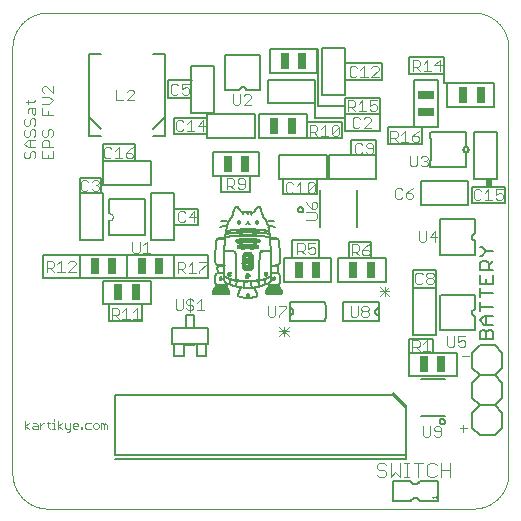
<source format=gto>
G75*
%MOIN*%
%OFA0B0*%
%FSLAX25Y25*%
%IPPOS*%
%LPD*%
%AMOC8*
5,1,8,0,0,1.08239X$1,22.5*
%
%ADD10C,0.00000*%
%ADD11C,0.00300*%
%ADD12C,0.00394*%
%ADD13C,0.00591*%
%ADD14C,0.00200*%
%ADD15R,0.03100X0.00100*%
%ADD16R,0.05600X0.00100*%
%ADD17R,0.06000X0.00100*%
%ADD18R,0.06300X0.00100*%
%ADD19R,0.01700X0.00100*%
%ADD20R,0.01400X0.00100*%
%ADD21R,0.00800X0.00100*%
%ADD22R,0.00500X0.00100*%
%ADD23R,0.00400X0.00100*%
%ADD24R,0.01300X0.00100*%
%ADD25R,0.01200X0.00100*%
%ADD26R,0.02400X0.00100*%
%ADD27R,0.05400X0.00100*%
%ADD28R,0.01000X0.00100*%
%ADD29R,0.05100X0.00100*%
%ADD30R,0.05700X0.00100*%
%ADD31R,0.05900X0.00100*%
%ADD32R,0.00600X0.00100*%
%ADD33R,0.05800X0.00100*%
%ADD34R,0.06100X0.00100*%
%ADD35R,0.05500X0.00100*%
%ADD36R,0.05300X0.00100*%
%ADD37R,0.05200X0.00100*%
%ADD38R,0.05000X0.00100*%
%ADD39R,0.04900X0.00100*%
%ADD40R,0.03300X0.00100*%
%ADD41R,0.04700X0.00100*%
%ADD42R,0.04600X0.00100*%
%ADD43R,0.04500X0.00100*%
%ADD44R,0.04300X0.00100*%
%ADD45R,0.07900X0.00100*%
%ADD46R,0.04200X0.00100*%
%ADD47R,0.02700X0.00100*%
%ADD48R,0.02300X0.00100*%
%ADD49R,0.04000X0.00100*%
%ADD50R,0.04100X0.00100*%
%ADD51R,0.02100X0.00100*%
%ADD52R,0.02200X0.00100*%
%ADD53R,0.01900X0.00100*%
%ADD54R,0.03800X0.00100*%
%ADD55R,0.02000X0.00100*%
%ADD56R,0.03700X0.00100*%
%ADD57R,0.01600X0.00100*%
%ADD58R,0.01100X0.00100*%
%ADD59R,0.01500X0.00100*%
%ADD60R,0.01800X0.00100*%
%ADD61R,0.00900X0.00100*%
%ADD62R,0.00700X0.00100*%
%ADD63R,0.03200X0.00100*%
%ADD64R,0.07700X0.00100*%
%ADD65R,0.08600X0.00100*%
%ADD66R,0.09500X0.00100*%
%ADD67R,0.03600X0.00100*%
%ADD68R,0.03400X0.00100*%
%ADD69R,0.03900X0.00100*%
%ADD70R,0.02600X0.00100*%
%ADD71R,0.00300X0.00100*%
%ADD72R,0.03000X0.00100*%
%ADD73R,0.02900X0.00100*%
%ADD74R,0.02800X0.00100*%
%ADD75R,0.03500X0.00100*%
%ADD76R,0.02500X0.00100*%
%ADD77R,0.06600X0.00100*%
%ADD78R,0.07000X0.00100*%
%ADD79R,0.07300X0.00100*%
%ADD80R,0.07400X0.00100*%
%ADD81R,0.07600X0.00100*%
%ADD82R,0.07500X0.00100*%
%ADD83R,0.07100X0.00100*%
%ADD84R,0.06500X0.00100*%
%ADD85R,0.08100X0.00100*%
%ADD86R,0.08300X0.00100*%
%ADD87R,0.08400X0.00100*%
%ADD88R,0.08500X0.00100*%
%ADD89R,0.07200X0.00100*%
%ADD90R,0.13300X0.00100*%
%ADD91R,0.12200X0.00100*%
%ADD92R,0.10500X0.00100*%
%ADD93R,0.13400X0.00100*%
%ADD94R,0.12700X0.00100*%
%ADD95R,0.10000X0.00100*%
%ADD96R,0.04800X0.00100*%
%ADD97R,0.13200X0.00100*%
%ADD98R,0.10600X0.00100*%
%ADD99R,0.00200X0.00100*%
%ADD100C,0.00600*%
%ADD101C,0.00500*%
%ADD102C,0.00400*%
%ADD103R,0.02559X0.05512*%
%ADD104R,0.05512X0.02559*%
%ADD105C,0.00800*%
%ADD106C,0.00100*%
D10*
X0013311Y0001894D02*
X0155043Y0001894D01*
X0155328Y0001897D01*
X0155614Y0001908D01*
X0155899Y0001925D01*
X0156183Y0001949D01*
X0156467Y0001980D01*
X0156750Y0002018D01*
X0157031Y0002063D01*
X0157312Y0002114D01*
X0157592Y0002172D01*
X0157870Y0002237D01*
X0158146Y0002309D01*
X0158420Y0002387D01*
X0158693Y0002472D01*
X0158963Y0002564D01*
X0159231Y0002662D01*
X0159497Y0002766D01*
X0159760Y0002877D01*
X0160020Y0002994D01*
X0160278Y0003117D01*
X0160532Y0003247D01*
X0160783Y0003383D01*
X0161031Y0003524D01*
X0161275Y0003672D01*
X0161516Y0003825D01*
X0161752Y0003985D01*
X0161985Y0004150D01*
X0162214Y0004320D01*
X0162439Y0004496D01*
X0162659Y0004678D01*
X0162875Y0004864D01*
X0163086Y0005056D01*
X0163293Y0005253D01*
X0163495Y0005455D01*
X0163692Y0005662D01*
X0163884Y0005873D01*
X0164070Y0006089D01*
X0164252Y0006309D01*
X0164428Y0006534D01*
X0164598Y0006763D01*
X0164763Y0006996D01*
X0164923Y0007232D01*
X0165076Y0007473D01*
X0165224Y0007717D01*
X0165365Y0007965D01*
X0165501Y0008216D01*
X0165631Y0008470D01*
X0165754Y0008728D01*
X0165871Y0008988D01*
X0165982Y0009251D01*
X0166086Y0009517D01*
X0166184Y0009785D01*
X0166276Y0010055D01*
X0166361Y0010328D01*
X0166439Y0010602D01*
X0166511Y0010878D01*
X0166576Y0011156D01*
X0166634Y0011436D01*
X0166685Y0011717D01*
X0166730Y0011998D01*
X0166768Y0012281D01*
X0166799Y0012565D01*
X0166823Y0012849D01*
X0166840Y0013134D01*
X0166851Y0013420D01*
X0166854Y0013705D01*
X0166854Y0155437D01*
X0166851Y0155722D01*
X0166840Y0156008D01*
X0166823Y0156293D01*
X0166799Y0156577D01*
X0166768Y0156861D01*
X0166730Y0157144D01*
X0166685Y0157425D01*
X0166634Y0157706D01*
X0166576Y0157986D01*
X0166511Y0158264D01*
X0166439Y0158540D01*
X0166361Y0158814D01*
X0166276Y0159087D01*
X0166184Y0159357D01*
X0166086Y0159625D01*
X0165982Y0159891D01*
X0165871Y0160154D01*
X0165754Y0160414D01*
X0165631Y0160672D01*
X0165501Y0160926D01*
X0165365Y0161177D01*
X0165224Y0161425D01*
X0165076Y0161669D01*
X0164923Y0161910D01*
X0164763Y0162146D01*
X0164598Y0162379D01*
X0164428Y0162608D01*
X0164252Y0162833D01*
X0164070Y0163053D01*
X0163884Y0163269D01*
X0163692Y0163480D01*
X0163495Y0163687D01*
X0163293Y0163889D01*
X0163086Y0164086D01*
X0162875Y0164278D01*
X0162659Y0164464D01*
X0162439Y0164646D01*
X0162214Y0164822D01*
X0161985Y0164992D01*
X0161752Y0165157D01*
X0161516Y0165317D01*
X0161275Y0165470D01*
X0161031Y0165618D01*
X0160783Y0165759D01*
X0160532Y0165895D01*
X0160278Y0166025D01*
X0160020Y0166148D01*
X0159760Y0166265D01*
X0159497Y0166376D01*
X0159231Y0166480D01*
X0158963Y0166578D01*
X0158693Y0166670D01*
X0158420Y0166755D01*
X0158146Y0166833D01*
X0157870Y0166905D01*
X0157592Y0166970D01*
X0157312Y0167028D01*
X0157031Y0167079D01*
X0156750Y0167124D01*
X0156467Y0167162D01*
X0156183Y0167193D01*
X0155899Y0167217D01*
X0155614Y0167234D01*
X0155328Y0167245D01*
X0155043Y0167248D01*
X0013311Y0167248D01*
X0013026Y0167245D01*
X0012740Y0167234D01*
X0012455Y0167217D01*
X0012171Y0167193D01*
X0011887Y0167162D01*
X0011604Y0167124D01*
X0011323Y0167079D01*
X0011042Y0167028D01*
X0010762Y0166970D01*
X0010484Y0166905D01*
X0010208Y0166833D01*
X0009934Y0166755D01*
X0009661Y0166670D01*
X0009391Y0166578D01*
X0009123Y0166480D01*
X0008857Y0166376D01*
X0008594Y0166265D01*
X0008334Y0166148D01*
X0008076Y0166025D01*
X0007822Y0165895D01*
X0007571Y0165759D01*
X0007323Y0165618D01*
X0007079Y0165470D01*
X0006838Y0165317D01*
X0006602Y0165157D01*
X0006369Y0164992D01*
X0006140Y0164822D01*
X0005915Y0164646D01*
X0005695Y0164464D01*
X0005479Y0164278D01*
X0005268Y0164086D01*
X0005061Y0163889D01*
X0004859Y0163687D01*
X0004662Y0163480D01*
X0004470Y0163269D01*
X0004284Y0163053D01*
X0004102Y0162833D01*
X0003926Y0162608D01*
X0003756Y0162379D01*
X0003591Y0162146D01*
X0003431Y0161910D01*
X0003278Y0161669D01*
X0003130Y0161425D01*
X0002989Y0161177D01*
X0002853Y0160926D01*
X0002723Y0160672D01*
X0002600Y0160414D01*
X0002483Y0160154D01*
X0002372Y0159891D01*
X0002268Y0159625D01*
X0002170Y0159357D01*
X0002078Y0159087D01*
X0001993Y0158814D01*
X0001915Y0158540D01*
X0001843Y0158264D01*
X0001778Y0157986D01*
X0001720Y0157706D01*
X0001669Y0157425D01*
X0001624Y0157144D01*
X0001586Y0156861D01*
X0001555Y0156577D01*
X0001531Y0156293D01*
X0001514Y0156008D01*
X0001503Y0155722D01*
X0001500Y0155437D01*
X0001500Y0013705D01*
X0001503Y0013420D01*
X0001514Y0013134D01*
X0001531Y0012849D01*
X0001555Y0012565D01*
X0001586Y0012281D01*
X0001624Y0011998D01*
X0001669Y0011717D01*
X0001720Y0011436D01*
X0001778Y0011156D01*
X0001843Y0010878D01*
X0001915Y0010602D01*
X0001993Y0010328D01*
X0002078Y0010055D01*
X0002170Y0009785D01*
X0002268Y0009517D01*
X0002372Y0009251D01*
X0002483Y0008988D01*
X0002600Y0008728D01*
X0002723Y0008470D01*
X0002853Y0008216D01*
X0002989Y0007965D01*
X0003130Y0007717D01*
X0003278Y0007473D01*
X0003431Y0007232D01*
X0003591Y0006996D01*
X0003756Y0006763D01*
X0003926Y0006534D01*
X0004102Y0006309D01*
X0004284Y0006089D01*
X0004470Y0005873D01*
X0004662Y0005662D01*
X0004859Y0005455D01*
X0005061Y0005253D01*
X0005268Y0005056D01*
X0005479Y0004864D01*
X0005695Y0004678D01*
X0005915Y0004496D01*
X0006140Y0004320D01*
X0006369Y0004150D01*
X0006602Y0003985D01*
X0006838Y0003825D01*
X0007079Y0003672D01*
X0007323Y0003524D01*
X0007571Y0003383D01*
X0007822Y0003247D01*
X0008076Y0003117D01*
X0008334Y0002994D01*
X0008594Y0002877D01*
X0008857Y0002766D01*
X0009123Y0002662D01*
X0009391Y0002564D01*
X0009661Y0002472D01*
X0009934Y0002387D01*
X0010208Y0002309D01*
X0010484Y0002237D01*
X0010762Y0002172D01*
X0011042Y0002114D01*
X0011323Y0002063D01*
X0011604Y0002018D01*
X0011887Y0001980D01*
X0012171Y0001949D01*
X0012455Y0001925D01*
X0012740Y0001908D01*
X0013026Y0001897D01*
X0013311Y0001894D01*
D11*
X0034551Y0065099D02*
X0034551Y0068739D01*
X0036371Y0068739D01*
X0036978Y0068132D01*
X0036978Y0066919D01*
X0036371Y0066312D01*
X0034551Y0066312D01*
X0035764Y0066312D02*
X0036978Y0065099D01*
X0038176Y0065099D02*
X0040603Y0065099D01*
X0041801Y0065099D02*
X0044228Y0065099D01*
X0043015Y0065099D02*
X0043015Y0068739D01*
X0041801Y0067526D01*
X0039389Y0068739D02*
X0039389Y0065099D01*
X0038176Y0067526D02*
X0039389Y0068739D01*
X0022574Y0080847D02*
X0020148Y0080847D01*
X0022574Y0083274D01*
X0022574Y0083880D01*
X0021968Y0084487D01*
X0020754Y0084487D01*
X0020148Y0083880D01*
X0017736Y0084487D02*
X0017736Y0080847D01*
X0018949Y0080847D02*
X0016522Y0080847D01*
X0015324Y0080847D02*
X0014111Y0082060D01*
X0014717Y0082060D02*
X0012897Y0082060D01*
X0012897Y0080847D02*
X0012897Y0084487D01*
X0014717Y0084487D01*
X0015324Y0083880D01*
X0015324Y0082667D01*
X0014717Y0082060D01*
X0016522Y0083274D02*
X0017736Y0084487D01*
X0024966Y0107886D02*
X0026180Y0107886D01*
X0026786Y0108493D01*
X0027985Y0108493D02*
X0028591Y0107886D01*
X0029805Y0107886D01*
X0030411Y0108493D01*
X0030411Y0109100D01*
X0029805Y0109706D01*
X0029198Y0109706D01*
X0029805Y0109706D02*
X0030411Y0110313D01*
X0030411Y0110920D01*
X0029805Y0111526D01*
X0028591Y0111526D01*
X0027985Y0110920D01*
X0026786Y0110920D02*
X0026180Y0111526D01*
X0024966Y0111526D01*
X0024359Y0110920D01*
X0024359Y0108493D01*
X0024966Y0107886D01*
X0032689Y0118642D02*
X0033902Y0118642D01*
X0034509Y0119249D01*
X0035708Y0118642D02*
X0038134Y0118642D01*
X0036921Y0118642D02*
X0036921Y0122282D01*
X0035708Y0121069D01*
X0034509Y0121676D02*
X0033902Y0122282D01*
X0032689Y0122282D01*
X0032082Y0121676D01*
X0032082Y0119249D01*
X0032689Y0118642D01*
X0039333Y0119249D02*
X0039939Y0118642D01*
X0041153Y0118642D01*
X0041759Y0119249D01*
X0041759Y0119855D01*
X0041153Y0120462D01*
X0039333Y0120462D01*
X0039333Y0119249D01*
X0039333Y0120462D02*
X0040546Y0121676D01*
X0041759Y0122282D01*
X0056098Y0128304D02*
X0056705Y0127697D01*
X0057918Y0127697D01*
X0058525Y0128304D01*
X0059723Y0127697D02*
X0062150Y0127697D01*
X0060937Y0127697D02*
X0060937Y0131337D01*
X0059723Y0130124D01*
X0058525Y0130731D02*
X0057918Y0131337D01*
X0056705Y0131337D01*
X0056098Y0130731D01*
X0056098Y0128304D01*
X0063348Y0129517D02*
X0065775Y0129517D01*
X0065168Y0127697D02*
X0065168Y0131337D01*
X0063348Y0129517D01*
X0059813Y0139902D02*
X0058599Y0139902D01*
X0057993Y0140509D01*
X0056794Y0140509D02*
X0056187Y0139902D01*
X0054974Y0139902D01*
X0054367Y0140509D01*
X0054367Y0142935D01*
X0054974Y0143542D01*
X0056187Y0143542D01*
X0056794Y0142935D01*
X0057993Y0143542D02*
X0057993Y0141722D01*
X0059206Y0142329D01*
X0059813Y0142329D01*
X0060419Y0141722D01*
X0060419Y0140509D01*
X0059813Y0139902D01*
X0060419Y0143542D02*
X0057993Y0143542D01*
X0072954Y0111959D02*
X0074774Y0111959D01*
X0075381Y0111353D01*
X0075381Y0110139D01*
X0074774Y0109533D01*
X0072954Y0109533D01*
X0074167Y0109533D02*
X0075381Y0108319D01*
X0076579Y0108926D02*
X0077186Y0108319D01*
X0078399Y0108319D01*
X0079006Y0108926D01*
X0079006Y0111353D01*
X0078399Y0111959D01*
X0077186Y0111959D01*
X0076579Y0111353D01*
X0076579Y0110746D01*
X0077186Y0110139D01*
X0079006Y0110139D01*
X0072954Y0108319D02*
X0072954Y0111959D01*
X0062175Y0101022D02*
X0060355Y0099202D01*
X0062781Y0099202D01*
X0062175Y0097382D02*
X0062175Y0101022D01*
X0059156Y0100416D02*
X0058550Y0101022D01*
X0057336Y0101022D01*
X0056730Y0100416D01*
X0056730Y0097989D01*
X0057336Y0097382D01*
X0058550Y0097382D01*
X0059156Y0097989D01*
X0058418Y0084093D02*
X0056598Y0084093D01*
X0056598Y0080453D01*
X0056598Y0081667D02*
X0058418Y0081667D01*
X0059025Y0082273D01*
X0059025Y0083487D01*
X0058418Y0084093D01*
X0060223Y0082880D02*
X0061437Y0084093D01*
X0061437Y0080453D01*
X0062650Y0080453D02*
X0060223Y0080453D01*
X0059025Y0080453D02*
X0057811Y0081667D01*
X0063848Y0081060D02*
X0063848Y0080453D01*
X0063848Y0081060D02*
X0066275Y0083487D01*
X0066275Y0084093D01*
X0063848Y0084093D01*
X0090455Y0062528D02*
X0093591Y0059392D01*
X0093591Y0060960D02*
X0090455Y0060960D01*
X0090455Y0059392D02*
X0093591Y0062528D01*
X0092023Y0062528D02*
X0092023Y0059392D01*
X0096450Y0086689D02*
X0096450Y0090329D01*
X0098270Y0090329D01*
X0098877Y0089723D01*
X0098877Y0088509D01*
X0098270Y0087903D01*
X0096450Y0087903D01*
X0097663Y0087903D02*
X0098877Y0086689D01*
X0100075Y0087296D02*
X0100682Y0086689D01*
X0101895Y0086689D01*
X0102502Y0087296D01*
X0102502Y0088509D01*
X0101895Y0089116D01*
X0101289Y0089116D01*
X0100075Y0088509D01*
X0100075Y0090329D01*
X0102502Y0090329D01*
X0114560Y0089936D02*
X0114560Y0086296D01*
X0114560Y0087509D02*
X0116380Y0087509D01*
X0116987Y0088116D01*
X0116987Y0089329D01*
X0116380Y0089936D01*
X0114560Y0089936D01*
X0115774Y0087509D02*
X0116987Y0086296D01*
X0118185Y0086902D02*
X0118185Y0088116D01*
X0120005Y0088116D01*
X0120612Y0087509D01*
X0120612Y0086902D01*
X0120005Y0086296D01*
X0118792Y0086296D01*
X0118185Y0086902D01*
X0118185Y0088116D02*
X0119399Y0089329D01*
X0120612Y0089936D01*
X0123976Y0075892D02*
X0127112Y0072756D01*
X0127112Y0074324D02*
X0123976Y0074324D01*
X0123976Y0072756D02*
X0127112Y0075892D01*
X0125544Y0075892D02*
X0125544Y0072756D01*
X0135863Y0077517D02*
X0136470Y0076910D01*
X0137684Y0076910D01*
X0138290Y0077517D01*
X0139489Y0077517D02*
X0139489Y0078123D01*
X0140095Y0078730D01*
X0141309Y0078730D01*
X0141915Y0078123D01*
X0141915Y0077517D01*
X0141309Y0076910D01*
X0140095Y0076910D01*
X0139489Y0077517D01*
X0140095Y0078730D02*
X0139489Y0079337D01*
X0139489Y0079943D01*
X0140095Y0080550D01*
X0141309Y0080550D01*
X0141915Y0079943D01*
X0141915Y0079337D01*
X0141309Y0078730D01*
X0138290Y0079943D02*
X0137684Y0080550D01*
X0136470Y0080550D01*
X0135863Y0079943D01*
X0135863Y0077517D01*
X0136624Y0058022D02*
X0134804Y0058022D01*
X0134804Y0054382D01*
X0134804Y0055596D02*
X0136624Y0055596D01*
X0137231Y0056202D01*
X0137231Y0057416D01*
X0136624Y0058022D01*
X0138430Y0056809D02*
X0139643Y0058022D01*
X0139643Y0054382D01*
X0138430Y0054382D02*
X0140856Y0054382D01*
X0137231Y0054382D02*
X0136018Y0055596D01*
X0151412Y0052683D02*
X0153839Y0052683D01*
X0151838Y0029880D02*
X0151838Y0027454D01*
X0150625Y0028667D02*
X0153052Y0028667D01*
X0155917Y0104666D02*
X0155311Y0105272D01*
X0155311Y0107699D01*
X0155917Y0108306D01*
X0157131Y0108306D01*
X0157737Y0107699D01*
X0158936Y0107092D02*
X0160149Y0108306D01*
X0160149Y0104666D01*
X0158936Y0104666D02*
X0161363Y0104666D01*
X0162561Y0105272D02*
X0163168Y0104666D01*
X0164381Y0104666D01*
X0164988Y0105272D01*
X0164988Y0106486D01*
X0164381Y0107092D01*
X0163774Y0107092D01*
X0162561Y0106486D01*
X0162561Y0108306D01*
X0164988Y0108306D01*
X0157737Y0105272D02*
X0157131Y0104666D01*
X0155917Y0104666D01*
X0136535Y0124154D02*
X0137141Y0124761D01*
X0137141Y0125367D01*
X0136535Y0125974D01*
X0134715Y0125974D01*
X0134715Y0124761D01*
X0135321Y0124154D01*
X0136535Y0124154D01*
X0134715Y0125974D02*
X0135928Y0127187D01*
X0137141Y0127794D01*
X0133516Y0124154D02*
X0131089Y0124154D01*
X0129891Y0124154D02*
X0128678Y0125367D01*
X0129284Y0125367D02*
X0127464Y0125367D01*
X0127464Y0124154D02*
X0127464Y0127794D01*
X0129284Y0127794D01*
X0129891Y0127187D01*
X0129891Y0125974D01*
X0129284Y0125367D01*
X0131089Y0126581D02*
X0132303Y0127794D01*
X0132303Y0124154D01*
X0121797Y0123250D02*
X0121797Y0120824D01*
X0121191Y0120217D01*
X0119977Y0120217D01*
X0119370Y0120824D01*
X0118172Y0120824D02*
X0117565Y0120217D01*
X0116352Y0120217D01*
X0115745Y0120824D01*
X0115745Y0123250D01*
X0116352Y0123857D01*
X0117565Y0123857D01*
X0118172Y0123250D01*
X0119370Y0123250D02*
X0119370Y0122644D01*
X0119977Y0122037D01*
X0121797Y0122037D01*
X0121797Y0123250D02*
X0121191Y0123857D01*
X0119977Y0123857D01*
X0119370Y0123250D01*
X0118536Y0128752D02*
X0120963Y0131179D01*
X0120963Y0131786D01*
X0120356Y0132392D01*
X0119142Y0132392D01*
X0118536Y0131786D01*
X0117337Y0131786D02*
X0116731Y0132392D01*
X0115517Y0132392D01*
X0114911Y0131786D01*
X0114911Y0129359D01*
X0115517Y0128752D01*
X0116731Y0128752D01*
X0117337Y0129359D01*
X0118536Y0128752D02*
X0120963Y0128752D01*
X0121148Y0134390D02*
X0120541Y0134997D01*
X0121148Y0134390D02*
X0122361Y0134390D01*
X0122968Y0134997D01*
X0122968Y0136210D01*
X0122361Y0136817D01*
X0121755Y0136817D01*
X0120541Y0136210D01*
X0120541Y0138030D01*
X0122968Y0138030D01*
X0119343Y0134390D02*
X0116916Y0134390D01*
X0115718Y0134390D02*
X0114504Y0135604D01*
X0115111Y0135604D02*
X0113291Y0135604D01*
X0113291Y0134390D02*
X0113291Y0138030D01*
X0115111Y0138030D01*
X0115718Y0137424D01*
X0115718Y0136210D01*
X0115111Y0135604D01*
X0116916Y0136817D02*
X0118130Y0138030D01*
X0118130Y0134390D01*
X0110370Y0129156D02*
X0110370Y0126729D01*
X0109763Y0126122D01*
X0108550Y0126122D01*
X0107943Y0126729D01*
X0110370Y0129156D01*
X0109763Y0129763D01*
X0108550Y0129763D01*
X0107943Y0129156D01*
X0107943Y0126729D01*
X0106744Y0126122D02*
X0104318Y0126122D01*
X0103119Y0126122D02*
X0101906Y0127336D01*
X0102513Y0127336D02*
X0100693Y0127336D01*
X0100693Y0126122D02*
X0100693Y0129763D01*
X0102513Y0129763D01*
X0103119Y0129156D01*
X0103119Y0127942D01*
X0102513Y0127336D01*
X0104318Y0128549D02*
X0105531Y0129763D01*
X0105531Y0126122D01*
X0101735Y0110778D02*
X0100522Y0110778D01*
X0099915Y0110172D01*
X0099915Y0107745D01*
X0102342Y0110172D01*
X0102342Y0107745D01*
X0101735Y0107138D01*
X0100522Y0107138D01*
X0099915Y0107745D01*
X0098717Y0107138D02*
X0096290Y0107138D01*
X0097504Y0107138D02*
X0097504Y0110778D01*
X0096290Y0109565D01*
X0095092Y0110172D02*
X0094485Y0110778D01*
X0093272Y0110778D01*
X0092665Y0110172D01*
X0092665Y0107745D01*
X0093272Y0107138D01*
X0094485Y0107138D01*
X0095092Y0107745D01*
X0101735Y0110778D02*
X0102342Y0110172D01*
X0129084Y0108164D02*
X0129084Y0105737D01*
X0129691Y0105130D01*
X0130904Y0105130D01*
X0131511Y0105737D01*
X0132709Y0105737D02*
X0132709Y0106950D01*
X0134529Y0106950D01*
X0135136Y0106344D01*
X0135136Y0105737D01*
X0134529Y0105130D01*
X0133316Y0105130D01*
X0132709Y0105737D01*
X0132709Y0106950D02*
X0133922Y0108164D01*
X0135136Y0108770D01*
X0131511Y0108164D02*
X0130904Y0108770D01*
X0129691Y0108770D01*
X0129084Y0108164D01*
X0123563Y0145681D02*
X0121136Y0145681D01*
X0123563Y0148108D01*
X0123563Y0148715D01*
X0122956Y0149322D01*
X0121742Y0149322D01*
X0121136Y0148715D01*
X0118724Y0149322D02*
X0118724Y0145681D01*
X0117511Y0145681D02*
X0119937Y0145681D01*
X0117511Y0148108D02*
X0118724Y0149322D01*
X0116312Y0148715D02*
X0115706Y0149322D01*
X0114492Y0149322D01*
X0113886Y0148715D01*
X0113886Y0146288D01*
X0114492Y0145681D01*
X0115706Y0145681D01*
X0116312Y0146288D01*
X0134945Y0147776D02*
X0134945Y0151416D01*
X0136765Y0151416D01*
X0137371Y0150809D01*
X0137371Y0149596D01*
X0136765Y0148989D01*
X0134945Y0148989D01*
X0136158Y0148989D02*
X0137371Y0147776D01*
X0138570Y0147776D02*
X0140996Y0147776D01*
X0139783Y0147776D02*
X0139783Y0151416D01*
X0138570Y0150203D01*
X0142195Y0149596D02*
X0144622Y0149596D01*
X0144015Y0147776D02*
X0144015Y0151416D01*
X0142195Y0149596D01*
X0015055Y0142823D02*
X0015055Y0140396D01*
X0012628Y0142823D01*
X0012021Y0142823D01*
X0011415Y0142216D01*
X0011415Y0141003D01*
X0012021Y0140396D01*
X0011415Y0139198D02*
X0013841Y0139198D01*
X0015055Y0137984D01*
X0013841Y0136771D01*
X0011415Y0136771D01*
X0011415Y0135573D02*
X0011415Y0133146D01*
X0015055Y0133146D01*
X0013235Y0133146D02*
X0013235Y0134359D01*
X0009149Y0133752D02*
X0008543Y0133146D01*
X0007936Y0133752D01*
X0007936Y0135573D01*
X0007329Y0135573D02*
X0009149Y0135573D01*
X0009149Y0133752D01*
X0008543Y0131947D02*
X0007936Y0131947D01*
X0007329Y0131341D01*
X0007329Y0130127D01*
X0006722Y0129521D01*
X0006116Y0129521D01*
X0005509Y0130127D01*
X0005509Y0131341D01*
X0006116Y0131947D01*
X0006722Y0133752D02*
X0006722Y0134966D01*
X0007329Y0135573D01*
X0006722Y0136771D02*
X0006722Y0137984D01*
X0006116Y0137378D02*
X0008543Y0137378D01*
X0009149Y0137984D01*
X0008543Y0131947D02*
X0009149Y0131341D01*
X0009149Y0130127D01*
X0008543Y0129521D01*
X0008543Y0128322D02*
X0009149Y0127716D01*
X0009149Y0126502D01*
X0008543Y0125896D01*
X0009149Y0124697D02*
X0006722Y0124697D01*
X0005509Y0123484D01*
X0006722Y0122270D01*
X0009149Y0122270D01*
X0008543Y0121072D02*
X0007936Y0121072D01*
X0007329Y0120465D01*
X0007329Y0119252D01*
X0006722Y0118645D01*
X0006116Y0118645D01*
X0005509Y0119252D01*
X0005509Y0120465D01*
X0006116Y0121072D01*
X0007329Y0122270D02*
X0007329Y0124697D01*
X0006722Y0125896D02*
X0007329Y0126502D01*
X0007329Y0127716D01*
X0007936Y0128322D01*
X0008543Y0128322D01*
X0011415Y0127716D02*
X0011415Y0126502D01*
X0012021Y0125896D01*
X0012628Y0125896D01*
X0013235Y0126502D01*
X0013235Y0127716D01*
X0013841Y0128322D01*
X0014448Y0128322D01*
X0015055Y0127716D01*
X0015055Y0126502D01*
X0014448Y0125896D01*
X0013235Y0124697D02*
X0013841Y0124090D01*
X0013841Y0122270D01*
X0015055Y0122270D02*
X0011415Y0122270D01*
X0011415Y0124090D01*
X0012021Y0124697D01*
X0013235Y0124697D01*
X0011415Y0127716D02*
X0012021Y0128322D01*
X0006722Y0125896D02*
X0006116Y0125896D01*
X0005509Y0126502D01*
X0005509Y0127716D01*
X0006116Y0128322D01*
X0008543Y0121072D02*
X0009149Y0120465D01*
X0009149Y0119252D01*
X0008543Y0118645D01*
X0011415Y0118645D02*
X0011415Y0121072D01*
X0013235Y0119859D02*
X0013235Y0118645D01*
X0015055Y0118645D02*
X0015055Y0121072D01*
X0015055Y0118645D02*
X0011415Y0118645D01*
D12*
X0033783Y0102681D02*
X0033783Y0100319D01*
X0034964Y0099138D02*
X0034962Y0099072D01*
X0034957Y0099006D01*
X0034947Y0098940D01*
X0034934Y0098875D01*
X0034918Y0098811D01*
X0034898Y0098748D01*
X0034874Y0098686D01*
X0034847Y0098626D01*
X0034817Y0098567D01*
X0034783Y0098510D01*
X0034746Y0098455D01*
X0034706Y0098402D01*
X0034664Y0098351D01*
X0034618Y0098303D01*
X0034570Y0098257D01*
X0034519Y0098215D01*
X0034466Y0098175D01*
X0034411Y0098138D01*
X0034354Y0098104D01*
X0034295Y0098074D01*
X0034235Y0098047D01*
X0034173Y0098023D01*
X0034110Y0098003D01*
X0034046Y0097987D01*
X0033981Y0097974D01*
X0033915Y0097964D01*
X0033849Y0097959D01*
X0033783Y0097957D01*
X0034964Y0099138D02*
X0034962Y0099204D01*
X0034957Y0099270D01*
X0034947Y0099336D01*
X0034934Y0099401D01*
X0034918Y0099465D01*
X0034898Y0099528D01*
X0034874Y0099590D01*
X0034847Y0099650D01*
X0034817Y0099709D01*
X0034783Y0099766D01*
X0034746Y0099821D01*
X0034706Y0099874D01*
X0034664Y0099925D01*
X0034618Y0099973D01*
X0034570Y0100019D01*
X0034519Y0100061D01*
X0034466Y0100101D01*
X0034411Y0100138D01*
X0034354Y0100172D01*
X0034295Y0100202D01*
X0034235Y0100229D01*
X0034173Y0100253D01*
X0034110Y0100273D01*
X0034046Y0100289D01*
X0033981Y0100302D01*
X0033915Y0100312D01*
X0033849Y0100317D01*
X0033783Y0100319D01*
X0045594Y0102681D02*
X0045594Y0095201D01*
D13*
X0045594Y0103469D01*
X0045594Y0105043D02*
X0033783Y0105043D01*
X0033783Y0103469D02*
X0033783Y0100319D01*
X0033783Y0097957D02*
X0033783Y0095201D01*
X0033783Y0093232D02*
X0045594Y0093232D01*
X0047563Y0091264D02*
X0047563Y0107012D01*
X0055437Y0107012D01*
X0055437Y0101894D01*
X0063311Y0101894D01*
X0063311Y0096382D01*
X0055437Y0096382D01*
X0055437Y0091264D01*
X0047563Y0091264D01*
X0055437Y0086539D02*
X0066854Y0086539D01*
X0066854Y0078665D01*
X0055437Y0078665D01*
X0039689Y0078665D01*
X0023941Y0078665D01*
X0011736Y0078665D01*
X0011736Y0086539D01*
X0023941Y0086539D01*
X0023941Y0078665D01*
X0031815Y0077878D02*
X0031815Y0070004D01*
X0033783Y0070004D01*
X0033783Y0064492D01*
X0044807Y0064492D01*
X0044807Y0070004D01*
X0033783Y0070004D01*
X0031815Y0077878D02*
X0047563Y0077878D01*
X0047563Y0070004D01*
X0044807Y0070004D01*
X0039689Y0078665D02*
X0039689Y0086539D01*
X0055437Y0086539D01*
X0055437Y0078665D01*
X0059374Y0066461D02*
X0062130Y0066461D01*
X0062130Y0062130D01*
X0066854Y0062130D01*
X0066854Y0056618D01*
X0066067Y0056618D01*
X0066067Y0052681D01*
X0062917Y0052681D01*
X0062917Y0056618D01*
X0058587Y0056618D01*
X0058587Y0052681D01*
X0055437Y0052681D01*
X0055437Y0056618D01*
X0058587Y0056618D01*
X0055437Y0056618D02*
X0054650Y0056618D01*
X0054650Y0062130D01*
X0059374Y0062130D01*
X0059374Y0066461D01*
X0059374Y0062130D02*
X0062130Y0062130D01*
X0062917Y0056618D02*
X0066067Y0056618D01*
X0092051Y0077484D02*
X0092051Y0085358D01*
X0094807Y0085358D01*
X0094807Y0091264D01*
X0103862Y0091264D01*
X0103862Y0085358D01*
X0107799Y0085358D01*
X0107799Y0077484D01*
X0092051Y0077484D01*
X0094020Y0070791D02*
X0105831Y0070791D01*
X0105831Y0070004D01*
X0105831Y0065280D02*
X0105831Y0064492D01*
X0094020Y0064492D01*
X0094020Y0065673D01*
X0094020Y0070004D02*
X0094020Y0070791D01*
X0094807Y0085358D02*
X0103862Y0085358D01*
X0110161Y0085358D02*
X0110161Y0077484D01*
X0125909Y0077484D01*
X0125909Y0085358D01*
X0121185Y0085358D01*
X0121185Y0090870D01*
X0113705Y0090870D01*
X0113705Y0085358D01*
X0121185Y0085358D01*
X0113705Y0085358D02*
X0110161Y0085358D01*
X0111736Y0070791D02*
X0123547Y0070791D01*
X0123547Y0070004D01*
X0123547Y0065280D02*
X0123547Y0064492D01*
X0111736Y0064492D01*
X0111736Y0065280D01*
X0111736Y0070004D02*
X0111736Y0070791D01*
X0134965Y0075516D02*
X0134965Y0059768D01*
X0142839Y0059768D01*
X0142839Y0075516D01*
X0142839Y0081421D01*
X0134965Y0081421D01*
X0134965Y0075516D01*
X0142839Y0075516D01*
X0144413Y0073154D02*
X0155831Y0073154D01*
X0155831Y0071185D02*
X0155831Y0068429D01*
X0155765Y0068427D01*
X0155699Y0068422D01*
X0155633Y0068412D01*
X0155568Y0068399D01*
X0155504Y0068383D01*
X0155441Y0068363D01*
X0155379Y0068339D01*
X0155319Y0068312D01*
X0155260Y0068282D01*
X0155203Y0068248D01*
X0155148Y0068211D01*
X0155095Y0068171D01*
X0155044Y0068129D01*
X0154996Y0068083D01*
X0154950Y0068035D01*
X0154908Y0067984D01*
X0154868Y0067931D01*
X0154831Y0067876D01*
X0154797Y0067819D01*
X0154767Y0067760D01*
X0154740Y0067700D01*
X0154716Y0067638D01*
X0154696Y0067575D01*
X0154680Y0067511D01*
X0154667Y0067446D01*
X0154657Y0067380D01*
X0154652Y0067314D01*
X0154650Y0067248D01*
X0154652Y0067182D01*
X0154657Y0067116D01*
X0154667Y0067050D01*
X0154680Y0066985D01*
X0154696Y0066921D01*
X0154716Y0066858D01*
X0154740Y0066796D01*
X0154767Y0066736D01*
X0154797Y0066677D01*
X0154831Y0066620D01*
X0154868Y0066565D01*
X0154908Y0066512D01*
X0154950Y0066461D01*
X0154996Y0066413D01*
X0155044Y0066367D01*
X0155095Y0066325D01*
X0155148Y0066285D01*
X0155203Y0066248D01*
X0155260Y0066214D01*
X0155319Y0066184D01*
X0155379Y0066157D01*
X0155441Y0066133D01*
X0155504Y0066113D01*
X0155568Y0066097D01*
X0155633Y0066084D01*
X0155699Y0066074D01*
X0155765Y0066069D01*
X0155831Y0066067D01*
X0155831Y0063705D01*
X0155831Y0061343D02*
X0144020Y0061343D01*
X0144020Y0063311D02*
X0144020Y0070791D01*
X0141657Y0058587D02*
X0133783Y0058587D01*
X0133783Y0053862D01*
X0133783Y0045988D01*
X0149531Y0045988D01*
X0149531Y0053862D01*
X0141657Y0053862D01*
X0141657Y0058587D01*
X0141657Y0053862D02*
X0133783Y0053862D01*
X0128272Y0040476D02*
X0132602Y0036146D01*
X0132602Y0018429D01*
X0035752Y0018429D01*
X0035752Y0019610D02*
X0035752Y0039689D01*
X0128272Y0039689D01*
X0132602Y0035358D01*
X0132602Y0019610D01*
X0035752Y0019610D01*
X0039689Y0086539D02*
X0023941Y0086539D01*
X0023941Y0091264D02*
X0023941Y0107012D01*
X0023941Y0112130D01*
X0031028Y0112130D01*
X0031028Y0107012D01*
X0031815Y0107012D01*
X0031815Y0091264D01*
X0023941Y0091264D01*
X0023941Y0107012D02*
X0031028Y0107012D01*
X0031815Y0109768D02*
X0031815Y0117642D01*
X0031815Y0123547D01*
X0042445Y0123547D01*
X0042445Y0117642D01*
X0047563Y0117642D01*
X0047563Y0109768D01*
X0031815Y0109768D01*
X0031815Y0117642D02*
X0042445Y0117642D01*
X0055437Y0126697D02*
X0066461Y0126697D01*
X0066461Y0132209D01*
X0055437Y0132209D01*
X0055437Y0126697D01*
X0060949Y0133783D02*
X0060949Y0138902D01*
X0053469Y0138902D01*
X0053469Y0144807D01*
X0061343Y0144807D01*
X0060949Y0149531D02*
X0060949Y0138902D01*
X0060949Y0133783D02*
X0068823Y0133783D01*
X0068823Y0149531D01*
X0060949Y0149531D01*
X0072366Y0153075D02*
X0072366Y0141264D01*
X0074728Y0141264D02*
X0077091Y0141264D01*
X0078272Y0142445D02*
X0078338Y0142443D01*
X0078404Y0142438D01*
X0078470Y0142428D01*
X0078535Y0142415D01*
X0078599Y0142399D01*
X0078662Y0142379D01*
X0078724Y0142355D01*
X0078784Y0142328D01*
X0078843Y0142298D01*
X0078900Y0142264D01*
X0078955Y0142227D01*
X0079008Y0142187D01*
X0079059Y0142145D01*
X0079107Y0142099D01*
X0079153Y0142051D01*
X0079195Y0142000D01*
X0079235Y0141947D01*
X0079272Y0141892D01*
X0079306Y0141835D01*
X0079336Y0141776D01*
X0079363Y0141716D01*
X0079387Y0141654D01*
X0079407Y0141591D01*
X0079423Y0141527D01*
X0079436Y0141462D01*
X0079446Y0141396D01*
X0079451Y0141330D01*
X0079453Y0141264D01*
X0082209Y0141264D01*
X0084177Y0141264D02*
X0084177Y0153075D01*
X0082602Y0153075D02*
X0074335Y0153075D01*
X0078272Y0142445D02*
X0078206Y0142443D01*
X0078140Y0142438D01*
X0078074Y0142428D01*
X0078009Y0142415D01*
X0077945Y0142399D01*
X0077882Y0142379D01*
X0077820Y0142355D01*
X0077760Y0142328D01*
X0077701Y0142298D01*
X0077644Y0142264D01*
X0077589Y0142227D01*
X0077536Y0142187D01*
X0077485Y0142145D01*
X0077437Y0142099D01*
X0077391Y0142051D01*
X0077349Y0142000D01*
X0077309Y0141947D01*
X0077272Y0141892D01*
X0077238Y0141835D01*
X0077208Y0141776D01*
X0077181Y0141716D01*
X0077157Y0141654D01*
X0077137Y0141591D01*
X0077121Y0141527D01*
X0077108Y0141462D01*
X0077098Y0141396D01*
X0077093Y0141330D01*
X0077091Y0141264D01*
X0082209Y0133390D02*
X0082209Y0125516D01*
X0066461Y0125516D01*
X0066461Y0126697D01*
X0066461Y0132209D02*
X0066461Y0133390D01*
X0082209Y0133390D01*
X0083783Y0133390D02*
X0083783Y0125516D01*
X0099531Y0125516D01*
X0111343Y0125516D01*
X0111343Y0130634D01*
X0099531Y0130634D01*
X0099531Y0125516D01*
X0099531Y0130634D02*
X0099531Y0133390D01*
X0083783Y0133390D01*
X0086539Y0136933D02*
X0086539Y0144807D01*
X0102287Y0144807D01*
X0102287Y0136933D01*
X0102287Y0132209D01*
X0112524Y0132209D01*
X0112524Y0127878D01*
X0123941Y0127878D01*
X0123941Y0133390D01*
X0123941Y0138902D01*
X0112524Y0138902D01*
X0112524Y0136146D01*
X0103469Y0136146D01*
X0103469Y0147169D01*
X0103075Y0147169D01*
X0087327Y0147169D01*
X0087327Y0155043D01*
X0103075Y0155043D01*
X0103469Y0155043D01*
X0103469Y0147169D01*
X0103075Y0147169D02*
X0103075Y0155043D01*
X0104650Y0155437D02*
X0104650Y0139689D01*
X0112524Y0139689D01*
X0112524Y0144807D01*
X0124728Y0144807D01*
X0124728Y0150319D01*
X0112524Y0150319D01*
X0112524Y0155437D01*
X0104650Y0155437D01*
X0112524Y0150319D02*
X0112524Y0144807D01*
X0112524Y0136146D02*
X0112524Y0133390D01*
X0112524Y0132209D01*
X0112524Y0133390D02*
X0123941Y0133390D01*
X0126697Y0129059D02*
X0135358Y0129059D01*
X0135358Y0144807D01*
X0143232Y0144807D01*
X0143232Y0129059D01*
X0138114Y0129059D01*
X0138114Y0123547D01*
X0126697Y0123547D01*
X0126697Y0129059D01*
X0122760Y0124728D02*
X0114492Y0124728D01*
X0114492Y0119610D01*
X0122760Y0119610D01*
X0122760Y0124728D01*
X0122760Y0119610D02*
X0122760Y0111736D01*
X0107012Y0111736D01*
X0107012Y0119610D01*
X0114492Y0119610D01*
X0106224Y0119610D02*
X0106224Y0111736D01*
X0103075Y0111736D01*
X0103075Y0106618D01*
X0091657Y0106618D01*
X0091657Y0111736D01*
X0090476Y0111736D01*
X0090476Y0119610D01*
X0106224Y0119610D01*
X0103075Y0111736D02*
X0091657Y0111736D01*
X0083783Y0112917D02*
X0083783Y0120791D01*
X0068429Y0120791D01*
X0068429Y0112917D01*
X0071185Y0112917D01*
X0071185Y0107406D01*
X0080634Y0107406D01*
X0080634Y0112917D01*
X0071185Y0112917D01*
X0080634Y0112917D02*
X0083783Y0112917D01*
X0096683Y0101500D02*
X0096685Y0101559D01*
X0096691Y0101617D01*
X0096701Y0101675D01*
X0096714Y0101732D01*
X0096732Y0101789D01*
X0096753Y0101844D01*
X0096778Y0101897D01*
X0096806Y0101948D01*
X0096837Y0101998D01*
X0096872Y0102045D01*
X0096910Y0102090D01*
X0096951Y0102133D01*
X0096995Y0102172D01*
X0097041Y0102208D01*
X0097089Y0102242D01*
X0097140Y0102272D01*
X0097193Y0102298D01*
X0097247Y0102321D01*
X0097302Y0102340D01*
X0097359Y0102356D01*
X0097417Y0102368D01*
X0097475Y0102376D01*
X0097534Y0102380D01*
X0097592Y0102380D01*
X0097651Y0102376D01*
X0097709Y0102368D01*
X0097767Y0102356D01*
X0097824Y0102340D01*
X0097879Y0102321D01*
X0097933Y0102298D01*
X0097986Y0102272D01*
X0098037Y0102242D01*
X0098085Y0102208D01*
X0098131Y0102172D01*
X0098175Y0102133D01*
X0098216Y0102090D01*
X0098254Y0102045D01*
X0098289Y0101998D01*
X0098320Y0101948D01*
X0098348Y0101897D01*
X0098373Y0101844D01*
X0098394Y0101789D01*
X0098412Y0101732D01*
X0098425Y0101675D01*
X0098435Y0101617D01*
X0098441Y0101559D01*
X0098443Y0101500D01*
X0098441Y0101441D01*
X0098435Y0101383D01*
X0098425Y0101325D01*
X0098412Y0101268D01*
X0098394Y0101211D01*
X0098373Y0101156D01*
X0098348Y0101103D01*
X0098320Y0101052D01*
X0098289Y0101002D01*
X0098254Y0100955D01*
X0098216Y0100910D01*
X0098175Y0100867D01*
X0098131Y0100828D01*
X0098085Y0100792D01*
X0098037Y0100758D01*
X0097986Y0100728D01*
X0097933Y0100702D01*
X0097879Y0100679D01*
X0097824Y0100660D01*
X0097767Y0100644D01*
X0097709Y0100632D01*
X0097651Y0100624D01*
X0097592Y0100620D01*
X0097534Y0100620D01*
X0097475Y0100624D01*
X0097417Y0100632D01*
X0097359Y0100644D01*
X0097302Y0100660D01*
X0097247Y0100679D01*
X0097193Y0100702D01*
X0097140Y0100728D01*
X0097089Y0100758D01*
X0097041Y0100792D01*
X0096995Y0100828D01*
X0096951Y0100867D01*
X0096910Y0100910D01*
X0096872Y0100955D01*
X0096837Y0101002D01*
X0096806Y0101052D01*
X0096778Y0101103D01*
X0096753Y0101156D01*
X0096732Y0101211D01*
X0096714Y0101268D01*
X0096701Y0101325D01*
X0096691Y0101383D01*
X0096685Y0101441D01*
X0096683Y0101500D01*
X0102287Y0136933D02*
X0086539Y0136933D01*
X0055437Y0101894D02*
X0055437Y0096382D01*
X0133783Y0146776D02*
X0145201Y0146776D01*
X0145201Y0152287D01*
X0133783Y0152287D01*
X0133783Y0146776D01*
X0145201Y0146776D02*
X0145201Y0143626D01*
X0146382Y0143626D01*
X0146382Y0135752D01*
X0162130Y0135752D01*
X0162130Y0143626D01*
X0146382Y0143626D01*
X0138114Y0129059D02*
X0135358Y0129059D01*
X0140870Y0127484D02*
X0152681Y0127484D01*
X0152681Y0125516D02*
X0152681Y0122366D01*
X0151801Y0121579D02*
X0151803Y0121638D01*
X0151809Y0121696D01*
X0151819Y0121754D01*
X0151832Y0121811D01*
X0151850Y0121868D01*
X0151871Y0121923D01*
X0151896Y0121976D01*
X0151924Y0122027D01*
X0151955Y0122077D01*
X0151990Y0122124D01*
X0152028Y0122169D01*
X0152069Y0122212D01*
X0152113Y0122251D01*
X0152159Y0122287D01*
X0152207Y0122321D01*
X0152258Y0122351D01*
X0152311Y0122377D01*
X0152365Y0122400D01*
X0152420Y0122419D01*
X0152477Y0122435D01*
X0152535Y0122447D01*
X0152593Y0122455D01*
X0152652Y0122459D01*
X0152710Y0122459D01*
X0152769Y0122455D01*
X0152827Y0122447D01*
X0152885Y0122435D01*
X0152942Y0122419D01*
X0152997Y0122400D01*
X0153051Y0122377D01*
X0153104Y0122351D01*
X0153155Y0122321D01*
X0153203Y0122287D01*
X0153249Y0122251D01*
X0153293Y0122212D01*
X0153334Y0122169D01*
X0153372Y0122124D01*
X0153407Y0122077D01*
X0153438Y0122027D01*
X0153466Y0121976D01*
X0153491Y0121923D01*
X0153512Y0121868D01*
X0153530Y0121811D01*
X0153543Y0121754D01*
X0153553Y0121696D01*
X0153559Y0121638D01*
X0153561Y0121579D01*
X0153559Y0121520D01*
X0153553Y0121462D01*
X0153543Y0121404D01*
X0153530Y0121347D01*
X0153512Y0121290D01*
X0153491Y0121235D01*
X0153466Y0121182D01*
X0153438Y0121131D01*
X0153407Y0121081D01*
X0153372Y0121034D01*
X0153334Y0120989D01*
X0153293Y0120946D01*
X0153249Y0120907D01*
X0153203Y0120871D01*
X0153155Y0120837D01*
X0153104Y0120807D01*
X0153051Y0120781D01*
X0152997Y0120758D01*
X0152942Y0120739D01*
X0152885Y0120723D01*
X0152827Y0120711D01*
X0152769Y0120703D01*
X0152710Y0120699D01*
X0152652Y0120699D01*
X0152593Y0120703D01*
X0152535Y0120711D01*
X0152477Y0120723D01*
X0152420Y0120739D01*
X0152365Y0120758D01*
X0152311Y0120781D01*
X0152258Y0120807D01*
X0152207Y0120837D01*
X0152159Y0120871D01*
X0152113Y0120907D01*
X0152069Y0120946D01*
X0152028Y0120989D01*
X0151990Y0121034D01*
X0151955Y0121081D01*
X0151924Y0121131D01*
X0151896Y0121182D01*
X0151871Y0121235D01*
X0151850Y0121290D01*
X0151832Y0121347D01*
X0151819Y0121404D01*
X0151809Y0121462D01*
X0151803Y0121520D01*
X0151801Y0121579D01*
X0152681Y0120791D02*
X0152681Y0117642D01*
X0152681Y0116067D02*
X0152681Y0115673D01*
X0140870Y0115673D01*
X0140870Y0118035D02*
X0140870Y0125516D01*
X0155437Y0127484D02*
X0155437Y0111736D01*
X0159768Y0111736D01*
X0160949Y0111736D01*
X0160949Y0109374D01*
X0160555Y0109374D01*
X0160555Y0111343D01*
X0160161Y0111343D01*
X0160161Y0109374D01*
X0160555Y0109374D01*
X0159768Y0108980D02*
X0159768Y0111736D01*
X0160949Y0111736D02*
X0162917Y0111736D01*
X0162917Y0127484D01*
X0155437Y0127484D01*
X0153469Y0110949D02*
X0153469Y0103075D01*
X0137720Y0103075D01*
X0137720Y0110949D01*
X0153469Y0110949D01*
X0154650Y0108980D02*
X0154650Y0103862D01*
X0165673Y0103862D01*
X0165673Y0108980D01*
X0159768Y0108980D01*
X0154650Y0108980D01*
X0155831Y0098350D02*
X0144020Y0098350D01*
X0144020Y0095988D02*
X0144020Y0088508D01*
X0144020Y0086539D02*
X0155831Y0086539D01*
X0155831Y0088902D02*
X0155831Y0091264D01*
X0154650Y0092445D02*
X0154652Y0092511D01*
X0154657Y0092577D01*
X0154667Y0092643D01*
X0154680Y0092708D01*
X0154696Y0092772D01*
X0154716Y0092835D01*
X0154740Y0092897D01*
X0154767Y0092957D01*
X0154797Y0093016D01*
X0154831Y0093073D01*
X0154868Y0093128D01*
X0154908Y0093181D01*
X0154950Y0093232D01*
X0154996Y0093280D01*
X0155044Y0093326D01*
X0155095Y0093368D01*
X0155148Y0093408D01*
X0155203Y0093445D01*
X0155260Y0093479D01*
X0155319Y0093509D01*
X0155379Y0093536D01*
X0155441Y0093560D01*
X0155504Y0093580D01*
X0155568Y0093596D01*
X0155633Y0093609D01*
X0155699Y0093619D01*
X0155765Y0093624D01*
X0155831Y0093626D01*
X0155831Y0096776D01*
X0155831Y0097957D02*
X0155831Y0098350D01*
X0154650Y0092445D02*
X0154652Y0092379D01*
X0154657Y0092313D01*
X0154667Y0092247D01*
X0154680Y0092182D01*
X0154696Y0092118D01*
X0154716Y0092055D01*
X0154740Y0091993D01*
X0154767Y0091933D01*
X0154797Y0091874D01*
X0154831Y0091817D01*
X0154868Y0091762D01*
X0154908Y0091709D01*
X0154950Y0091658D01*
X0154996Y0091610D01*
X0155044Y0091564D01*
X0155095Y0091522D01*
X0155148Y0091482D01*
X0155203Y0091445D01*
X0155260Y0091411D01*
X0155319Y0091381D01*
X0155379Y0091354D01*
X0155441Y0091330D01*
X0155504Y0091310D01*
X0155568Y0091294D01*
X0155633Y0091281D01*
X0155699Y0091271D01*
X0155765Y0091266D01*
X0155831Y0091264D01*
X0143927Y0031028D02*
X0143929Y0031087D01*
X0143935Y0031145D01*
X0143945Y0031203D01*
X0143958Y0031260D01*
X0143976Y0031317D01*
X0143997Y0031372D01*
X0144022Y0031425D01*
X0144050Y0031476D01*
X0144081Y0031526D01*
X0144116Y0031573D01*
X0144154Y0031618D01*
X0144195Y0031661D01*
X0144239Y0031700D01*
X0144285Y0031736D01*
X0144333Y0031770D01*
X0144384Y0031800D01*
X0144437Y0031826D01*
X0144491Y0031849D01*
X0144546Y0031868D01*
X0144603Y0031884D01*
X0144661Y0031896D01*
X0144719Y0031904D01*
X0144778Y0031908D01*
X0144836Y0031908D01*
X0144895Y0031904D01*
X0144953Y0031896D01*
X0145011Y0031884D01*
X0145068Y0031868D01*
X0145123Y0031849D01*
X0145177Y0031826D01*
X0145230Y0031800D01*
X0145281Y0031770D01*
X0145329Y0031736D01*
X0145375Y0031700D01*
X0145419Y0031661D01*
X0145460Y0031618D01*
X0145498Y0031573D01*
X0145533Y0031526D01*
X0145564Y0031476D01*
X0145592Y0031425D01*
X0145617Y0031372D01*
X0145638Y0031317D01*
X0145656Y0031260D01*
X0145669Y0031203D01*
X0145679Y0031145D01*
X0145685Y0031087D01*
X0145687Y0031028D01*
X0145685Y0030969D01*
X0145679Y0030911D01*
X0145669Y0030853D01*
X0145656Y0030796D01*
X0145638Y0030739D01*
X0145617Y0030684D01*
X0145592Y0030631D01*
X0145564Y0030580D01*
X0145533Y0030530D01*
X0145498Y0030483D01*
X0145460Y0030438D01*
X0145419Y0030395D01*
X0145375Y0030356D01*
X0145329Y0030320D01*
X0145281Y0030286D01*
X0145230Y0030256D01*
X0145177Y0030230D01*
X0145123Y0030207D01*
X0145068Y0030188D01*
X0145011Y0030172D01*
X0144953Y0030160D01*
X0144895Y0030152D01*
X0144836Y0030148D01*
X0144778Y0030148D01*
X0144719Y0030152D01*
X0144661Y0030160D01*
X0144603Y0030172D01*
X0144546Y0030188D01*
X0144491Y0030207D01*
X0144437Y0030230D01*
X0144384Y0030256D01*
X0144333Y0030286D01*
X0144285Y0030320D01*
X0144239Y0030356D01*
X0144195Y0030395D01*
X0144154Y0030438D01*
X0144116Y0030483D01*
X0144081Y0030530D01*
X0144050Y0030580D01*
X0144022Y0030631D01*
X0143997Y0030684D01*
X0143976Y0030739D01*
X0143958Y0030796D01*
X0143945Y0030853D01*
X0143935Y0030911D01*
X0143929Y0030969D01*
X0143927Y0031028D01*
D14*
X0032976Y0029864D02*
X0032976Y0028487D01*
X0032057Y0028487D02*
X0032057Y0029864D01*
X0032516Y0030323D01*
X0032976Y0029864D01*
X0032057Y0029864D02*
X0031598Y0030323D01*
X0031139Y0030323D01*
X0031139Y0028487D01*
X0030257Y0028946D02*
X0030257Y0029864D01*
X0029798Y0030323D01*
X0028879Y0030323D01*
X0028420Y0029864D01*
X0028420Y0028946D01*
X0028879Y0028487D01*
X0029798Y0028487D01*
X0030257Y0028946D01*
X0027538Y0028487D02*
X0026160Y0028487D01*
X0025701Y0028946D01*
X0025701Y0029864D01*
X0026160Y0030323D01*
X0027538Y0030323D01*
X0024801Y0028946D02*
X0024801Y0028487D01*
X0024342Y0028487D01*
X0024342Y0028946D01*
X0024801Y0028946D01*
X0023460Y0029405D02*
X0021623Y0029405D01*
X0021623Y0029864D02*
X0022082Y0030323D01*
X0023000Y0030323D01*
X0023460Y0029864D01*
X0023460Y0029405D01*
X0023000Y0028487D02*
X0022082Y0028487D01*
X0021623Y0028946D01*
X0021623Y0029864D01*
X0020741Y0030323D02*
X0020741Y0028027D01*
X0020282Y0027568D01*
X0019822Y0027568D01*
X0019363Y0028487D02*
X0020741Y0028487D01*
X0019363Y0028487D02*
X0018904Y0028946D01*
X0018904Y0030323D01*
X0018016Y0030323D02*
X0016638Y0029405D01*
X0018016Y0028487D01*
X0016638Y0028487D02*
X0016638Y0031242D01*
X0015285Y0031242D02*
X0015285Y0031701D01*
X0015285Y0030323D02*
X0014826Y0030323D01*
X0015285Y0030323D02*
X0015285Y0028487D01*
X0014826Y0028487D02*
X0015744Y0028487D01*
X0013932Y0028487D02*
X0013472Y0028946D01*
X0013472Y0030783D01*
X0013013Y0030323D02*
X0013932Y0030323D01*
X0012125Y0030323D02*
X0011666Y0030323D01*
X0010748Y0029405D01*
X0009865Y0029405D02*
X0008488Y0029405D01*
X0008029Y0028946D01*
X0008488Y0028487D01*
X0009865Y0028487D01*
X0009865Y0029864D01*
X0009406Y0030323D01*
X0008488Y0030323D01*
X0007141Y0030323D02*
X0005763Y0029405D01*
X0007141Y0028487D01*
X0005763Y0028487D02*
X0005763Y0031242D01*
X0010748Y0030323D02*
X0010748Y0028487D01*
D15*
X0070874Y0082864D03*
X0075274Y0077964D03*
X0079874Y0081364D03*
X0088974Y0080064D03*
X0088974Y0079964D03*
X0079874Y0071864D03*
X0071074Y0091564D03*
X0071174Y0091664D03*
X0072274Y0097464D03*
X0088674Y0091664D03*
D16*
X0071024Y0074564D03*
X0071024Y0074464D03*
X0079924Y0071964D03*
X0088724Y0073164D03*
X0088724Y0073164D03*
D17*
X0088724Y0073464D03*
X0088724Y0073564D03*
X0088724Y0073664D03*
X0088724Y0073764D03*
X0088724Y0073864D03*
X0088724Y0073964D03*
X0079924Y0072064D03*
X0071024Y0073364D03*
X0071024Y0073464D03*
X0071024Y0073864D03*
X0071024Y0073964D03*
X0071024Y0074064D03*
X0071024Y0074164D03*
X0080024Y0088264D03*
X0079924Y0094064D03*
D18*
X0079874Y0091664D03*
X0079874Y0075464D03*
X0079874Y0072164D03*
D19*
X0082274Y0072264D03*
X0077474Y0072264D03*
X0073474Y0076564D03*
X0073474Y0076664D03*
X0072774Y0078664D03*
X0078774Y0083264D03*
X0078774Y0083364D03*
X0078874Y0085764D03*
X0080974Y0085664D03*
X0080974Y0085564D03*
X0080974Y0085464D03*
X0080974Y0085364D03*
X0080974Y0085264D03*
X0079874Y0079464D03*
X0079874Y0079364D03*
X0079874Y0079264D03*
X0079874Y0079164D03*
X0077474Y0090164D03*
X0087374Y0095964D03*
D20*
X0083024Y0097164D03*
X0083024Y0097264D03*
X0081424Y0100364D03*
X0078324Y0100364D03*
X0077124Y0097264D03*
X0077124Y0097164D03*
X0073824Y0079964D03*
X0073824Y0079864D03*
X0073824Y0079764D03*
X0073824Y0079664D03*
X0073824Y0079564D03*
X0074024Y0076364D03*
X0079824Y0078764D03*
X0079924Y0079764D03*
X0085924Y0079664D03*
X0085924Y0079564D03*
X0085924Y0079964D03*
X0085924Y0080064D03*
X0087224Y0078864D03*
X0079924Y0072664D03*
X0079924Y0072564D03*
X0079924Y0072464D03*
X0079924Y0072364D03*
X0079924Y0072264D03*
D21*
X0079924Y0073164D03*
X0082824Y0072364D03*
X0081024Y0077164D03*
X0085924Y0079164D03*
X0087024Y0076964D03*
X0088724Y0077764D03*
X0076924Y0072364D03*
X0072824Y0072964D03*
X0072624Y0077064D03*
X0071024Y0077764D03*
X0071024Y0078864D03*
X0069524Y0083064D03*
X0077124Y0096664D03*
X0077124Y0097664D03*
X0078424Y0099964D03*
X0078424Y0100064D03*
X0079824Y0100064D03*
X0081224Y0100064D03*
X0083624Y0102364D03*
X0083024Y0097664D03*
X0083024Y0096664D03*
X0080024Y0096864D03*
X0088724Y0095564D03*
D22*
X0086974Y0095064D03*
X0086974Y0094964D03*
X0086974Y0094864D03*
X0086974Y0094764D03*
X0087074Y0094664D03*
X0087074Y0094564D03*
X0086874Y0095164D03*
X0086874Y0095264D03*
X0086874Y0095364D03*
X0086574Y0096364D03*
X0086574Y0096464D03*
X0086474Y0096664D03*
X0086474Y0096764D03*
X0086374Y0096964D03*
X0086074Y0097664D03*
X0085974Y0097764D03*
X0085874Y0097864D03*
X0085874Y0097964D03*
X0085774Y0098064D03*
X0085674Y0098164D03*
X0085574Y0098364D03*
X0085474Y0098464D03*
X0085374Y0098664D03*
X0085274Y0098764D03*
X0085174Y0098864D03*
X0085174Y0098964D03*
X0085074Y0099064D03*
X0084974Y0099264D03*
X0084874Y0099664D03*
X0084374Y0101264D03*
X0084074Y0101964D03*
X0083574Y0102464D03*
X0083174Y0102064D03*
X0083074Y0101964D03*
X0082974Y0101864D03*
X0082874Y0101764D03*
X0082774Y0101664D03*
X0082674Y0101464D03*
X0082574Y0101364D03*
X0082474Y0101264D03*
X0082374Y0101064D03*
X0082274Y0100964D03*
X0082174Y0100764D03*
X0081174Y0099664D03*
X0079874Y0099764D03*
X0077674Y0100764D03*
X0077574Y0100864D03*
X0077374Y0101164D03*
X0077074Y0101564D03*
X0076774Y0101964D03*
X0076674Y0102064D03*
X0076174Y0102464D03*
X0075774Y0102064D03*
X0075674Y0101964D03*
X0075674Y0101864D03*
X0075574Y0101664D03*
X0075474Y0101464D03*
X0075474Y0101364D03*
X0075374Y0101164D03*
X0075274Y0100964D03*
X0075274Y0100864D03*
X0075174Y0100664D03*
X0075174Y0100564D03*
X0075074Y0100264D03*
X0074974Y0099964D03*
X0074874Y0099564D03*
X0074874Y0099464D03*
X0074774Y0099164D03*
X0074674Y0099064D03*
X0074674Y0098964D03*
X0074574Y0098864D03*
X0074474Y0098764D03*
X0074474Y0098664D03*
X0074374Y0098564D03*
X0074274Y0098464D03*
X0074274Y0098364D03*
X0074174Y0098264D03*
X0074074Y0098164D03*
X0074074Y0098064D03*
X0073974Y0097964D03*
X0073874Y0097864D03*
X0073774Y0097764D03*
X0073774Y0097664D03*
X0073474Y0097164D03*
X0073474Y0097064D03*
X0073374Y0096864D03*
X0073274Y0096564D03*
X0073074Y0096064D03*
X0072974Y0095564D03*
X0072974Y0095464D03*
X0072974Y0095364D03*
X0072874Y0095264D03*
X0072874Y0095164D03*
X0072874Y0095064D03*
X0072874Y0094964D03*
X0072774Y0094764D03*
X0072774Y0094664D03*
X0072774Y0094564D03*
X0072674Y0093864D03*
X0072674Y0093764D03*
X0072674Y0093664D03*
X0072474Y0092664D03*
X0072474Y0092564D03*
X0072374Y0091364D03*
X0072374Y0091264D03*
X0072374Y0091164D03*
X0072374Y0091064D03*
X0072274Y0090064D03*
X0072274Y0089964D03*
X0072274Y0089864D03*
X0072274Y0089764D03*
X0072274Y0089664D03*
X0072274Y0089564D03*
X0072174Y0089264D03*
X0072174Y0089164D03*
X0072174Y0089064D03*
X0072174Y0088964D03*
X0072174Y0088864D03*
X0072174Y0088764D03*
X0072174Y0088664D03*
X0072174Y0088564D03*
X0072174Y0088464D03*
X0072174Y0088364D03*
X0072174Y0088264D03*
X0072174Y0088164D03*
X0072174Y0088064D03*
X0072174Y0087964D03*
X0072174Y0087864D03*
X0072174Y0087264D03*
X0072174Y0087164D03*
X0072174Y0087064D03*
X0072174Y0086964D03*
X0072174Y0086864D03*
X0072174Y0086764D03*
X0072174Y0086664D03*
X0072174Y0086564D03*
X0072174Y0086464D03*
X0072174Y0086364D03*
X0072174Y0086264D03*
X0072174Y0086164D03*
X0072074Y0085964D03*
X0072074Y0085864D03*
X0072074Y0085764D03*
X0072074Y0085664D03*
X0072074Y0085564D03*
X0072074Y0085464D03*
X0072074Y0085364D03*
X0072074Y0085264D03*
X0072074Y0085164D03*
X0072074Y0085064D03*
X0072074Y0084964D03*
X0072074Y0084864D03*
X0072074Y0084764D03*
X0072074Y0084664D03*
X0072174Y0084564D03*
X0072174Y0084464D03*
X0072174Y0084364D03*
X0072174Y0084264D03*
X0072174Y0084164D03*
X0072174Y0084064D03*
X0072174Y0083964D03*
X0072174Y0083864D03*
X0072174Y0083764D03*
X0072174Y0083664D03*
X0072174Y0083564D03*
X0072174Y0083464D03*
X0072174Y0083364D03*
X0072174Y0083264D03*
X0072174Y0083164D03*
X0072174Y0083064D03*
X0072174Y0082464D03*
X0072174Y0082364D03*
X0072174Y0082264D03*
X0072174Y0082164D03*
X0072174Y0082064D03*
X0072174Y0081964D03*
X0072174Y0081864D03*
X0072174Y0081764D03*
X0072174Y0081664D03*
X0072174Y0081564D03*
X0072174Y0081464D03*
X0072174Y0081364D03*
X0072174Y0081264D03*
X0072174Y0081164D03*
X0072174Y0081064D03*
X0072174Y0080964D03*
X0072174Y0080864D03*
X0072174Y0080764D03*
X0072174Y0080664D03*
X0072174Y0080564D03*
X0072174Y0080464D03*
X0072174Y0079864D03*
X0072174Y0079764D03*
X0072174Y0079664D03*
X0072174Y0079564D03*
X0072174Y0079464D03*
X0072174Y0079364D03*
X0072174Y0079264D03*
X0072174Y0078564D03*
X0072174Y0078464D03*
X0072174Y0078364D03*
X0072174Y0078264D03*
X0072174Y0078164D03*
X0072174Y0078064D03*
X0072174Y0077964D03*
X0072174Y0077864D03*
X0072174Y0077764D03*
X0072174Y0077664D03*
X0071074Y0077664D03*
X0071074Y0078964D03*
X0069874Y0080464D03*
X0069874Y0080564D03*
X0069874Y0080664D03*
X0069874Y0080764D03*
X0069874Y0080864D03*
X0069874Y0080964D03*
X0069874Y0081064D03*
X0069874Y0081164D03*
X0069874Y0082164D03*
X0069874Y0082264D03*
X0069874Y0082364D03*
X0069874Y0082464D03*
X0069374Y0083164D03*
X0069274Y0083264D03*
X0069274Y0083364D03*
X0069274Y0083464D03*
X0069174Y0083664D03*
X0069174Y0083764D03*
X0069174Y0083864D03*
X0069074Y0084164D03*
X0069074Y0084264D03*
X0069074Y0084364D03*
X0069074Y0084464D03*
X0069074Y0084564D03*
X0069074Y0084664D03*
X0069074Y0084764D03*
X0069074Y0084864D03*
X0069074Y0084964D03*
X0069074Y0085064D03*
X0069074Y0085164D03*
X0069074Y0085264D03*
X0069074Y0085364D03*
X0069074Y0085464D03*
X0069074Y0085564D03*
X0069074Y0085664D03*
X0069074Y0085764D03*
X0069074Y0085864D03*
X0069074Y0085964D03*
X0069074Y0086064D03*
X0069074Y0086164D03*
X0069074Y0086264D03*
X0069074Y0086364D03*
X0069174Y0086564D03*
X0069174Y0086664D03*
X0069174Y0086764D03*
X0069174Y0086864D03*
X0069174Y0086964D03*
X0069174Y0087064D03*
X0069174Y0087164D03*
X0069174Y0087264D03*
X0069174Y0087364D03*
X0069174Y0087464D03*
X0069174Y0087564D03*
X0069174Y0087664D03*
X0069174Y0087764D03*
X0069174Y0087864D03*
X0069274Y0088264D03*
X0069274Y0088364D03*
X0069274Y0088464D03*
X0069274Y0088564D03*
X0069274Y0088664D03*
X0069274Y0088764D03*
X0069274Y0088864D03*
X0069274Y0088964D03*
X0069274Y0089064D03*
X0069274Y0089164D03*
X0069274Y0089264D03*
X0069374Y0089764D03*
X0069374Y0089864D03*
X0069374Y0089964D03*
X0069374Y0090064D03*
X0069374Y0090164D03*
X0069374Y0090264D03*
X0069374Y0090364D03*
X0069374Y0090464D03*
X0069474Y0090764D03*
X0069474Y0090864D03*
X0069574Y0091064D03*
X0069574Y0091164D03*
X0070874Y0095364D03*
X0072374Y0096064D03*
X0079474Y0096464D03*
X0080574Y0096464D03*
X0087174Y0093764D03*
X0087174Y0093664D03*
X0087174Y0093064D03*
X0087274Y0092864D03*
X0087274Y0092764D03*
X0087474Y0090864D03*
X0087474Y0090764D03*
X0087474Y0090664D03*
X0087474Y0090564D03*
X0087474Y0090464D03*
X0090174Y0091264D03*
X0090274Y0090964D03*
X0090374Y0090564D03*
X0090374Y0090464D03*
X0090374Y0090364D03*
X0090474Y0090064D03*
X0090474Y0089964D03*
X0090474Y0089864D03*
X0090474Y0089764D03*
X0090474Y0089664D03*
X0090474Y0089564D03*
X0090474Y0089464D03*
X0090474Y0089364D03*
X0090474Y0089264D03*
X0090474Y0089164D03*
X0090474Y0089064D03*
X0090474Y0088964D03*
X0090474Y0088864D03*
X0090474Y0088764D03*
X0090574Y0088564D03*
X0090574Y0088464D03*
X0090574Y0088364D03*
X0090574Y0088264D03*
X0090574Y0088164D03*
X0090574Y0088064D03*
X0090574Y0087964D03*
X0090574Y0087864D03*
X0090674Y0086964D03*
X0090674Y0086864D03*
X0090674Y0086764D03*
X0090674Y0086664D03*
X0090674Y0086564D03*
X0090674Y0086464D03*
X0090674Y0086364D03*
X0090674Y0086264D03*
X0090674Y0086164D03*
X0090674Y0086064D03*
X0090674Y0085964D03*
X0090674Y0085864D03*
X0090674Y0085764D03*
X0090674Y0085664D03*
X0090674Y0085564D03*
X0090674Y0085464D03*
X0090674Y0085364D03*
X0090674Y0085264D03*
X0090674Y0085164D03*
X0090674Y0085064D03*
X0090674Y0084964D03*
X0090674Y0084864D03*
X0090674Y0084764D03*
X0090674Y0084664D03*
X0090674Y0084564D03*
X0090674Y0084464D03*
X0090674Y0084364D03*
X0090674Y0084264D03*
X0090674Y0084164D03*
X0090674Y0084064D03*
X0090674Y0083964D03*
X0090674Y0083864D03*
X0090574Y0083464D03*
X0089974Y0082464D03*
X0089974Y0082364D03*
X0089974Y0082264D03*
X0089974Y0081564D03*
X0089974Y0081464D03*
X0089974Y0081364D03*
X0089974Y0081264D03*
X0089974Y0081164D03*
X0089974Y0081064D03*
X0089974Y0080964D03*
X0089974Y0080864D03*
X0089974Y0080764D03*
X0089974Y0080664D03*
X0090474Y0079764D03*
X0090574Y0079564D03*
X0090674Y0079164D03*
X0090674Y0079064D03*
X0090674Y0078964D03*
X0090674Y0078864D03*
X0090674Y0078764D03*
X0090674Y0078664D03*
X0090674Y0078564D03*
X0090674Y0078464D03*
X0090674Y0078364D03*
X0090674Y0078264D03*
X0090674Y0078164D03*
X0090674Y0078064D03*
X0090674Y0077964D03*
X0090674Y0077864D03*
X0090674Y0077764D03*
X0090674Y0077664D03*
X0090674Y0077564D03*
X0087574Y0077564D03*
X0087574Y0077664D03*
X0087574Y0077764D03*
X0087574Y0077864D03*
X0087474Y0077364D03*
X0087374Y0077264D03*
X0086974Y0076364D03*
X0085774Y0077264D03*
X0085774Y0077364D03*
X0085774Y0077464D03*
X0085774Y0077564D03*
X0085774Y0077664D03*
X0085774Y0077764D03*
X0085974Y0079064D03*
X0087674Y0079264D03*
X0087674Y0079364D03*
X0087674Y0079464D03*
X0087674Y0079564D03*
X0087674Y0079664D03*
X0087674Y0079764D03*
X0087674Y0079864D03*
X0087674Y0080464D03*
X0087674Y0080564D03*
X0087674Y0080664D03*
X0087674Y0080764D03*
X0087674Y0080864D03*
X0087674Y0080964D03*
X0087674Y0081064D03*
X0087674Y0081164D03*
X0087674Y0081264D03*
X0087674Y0081364D03*
X0087674Y0081464D03*
X0087674Y0081564D03*
X0087674Y0081664D03*
X0087674Y0081764D03*
X0087674Y0081864D03*
X0087674Y0081964D03*
X0087674Y0082064D03*
X0087674Y0082164D03*
X0087674Y0082264D03*
X0087674Y0082364D03*
X0087674Y0082464D03*
X0087674Y0082964D03*
X0087674Y0083064D03*
X0087674Y0083164D03*
X0087674Y0083264D03*
X0087674Y0083364D03*
X0087674Y0083464D03*
X0087674Y0083564D03*
X0087674Y0083664D03*
X0087674Y0083764D03*
X0087674Y0083864D03*
X0087674Y0083964D03*
X0087674Y0084064D03*
X0087674Y0084164D03*
X0087674Y0084264D03*
X0087674Y0084364D03*
X0087674Y0084464D03*
X0087674Y0084564D03*
X0087674Y0084664D03*
X0087674Y0084764D03*
X0087674Y0084864D03*
X0087674Y0084964D03*
X0087674Y0085064D03*
X0087674Y0085164D03*
X0087674Y0085264D03*
X0087674Y0085364D03*
X0087674Y0085464D03*
X0087674Y0085564D03*
X0087674Y0085664D03*
X0087674Y0085764D03*
X0087674Y0085864D03*
X0087674Y0085964D03*
X0087674Y0086064D03*
X0087674Y0078564D03*
X0087674Y0078464D03*
X0083574Y0076964D03*
X0083574Y0076864D03*
X0083574Y0076764D03*
X0083574Y0076664D03*
X0083574Y0076564D03*
X0083574Y0076464D03*
X0083574Y0076364D03*
X0083574Y0076264D03*
X0082174Y0075164D03*
X0082274Y0074964D03*
X0082374Y0074864D03*
X0082474Y0074664D03*
X0082574Y0074464D03*
X0082674Y0074164D03*
X0082774Y0074064D03*
X0082774Y0073964D03*
X0082974Y0073464D03*
X0082974Y0073364D03*
X0083074Y0073064D03*
X0083074Y0072964D03*
X0083074Y0072864D03*
X0083074Y0072564D03*
X0082974Y0072464D03*
X0081174Y0075964D03*
X0081174Y0076064D03*
X0081174Y0076164D03*
X0081174Y0076264D03*
X0081174Y0076364D03*
X0081174Y0076464D03*
X0081174Y0076564D03*
X0081174Y0076664D03*
X0081174Y0076764D03*
X0081174Y0076864D03*
X0081174Y0076964D03*
X0081174Y0077064D03*
X0078674Y0077064D03*
X0078674Y0077164D03*
X0078674Y0076964D03*
X0078674Y0076864D03*
X0078674Y0076764D03*
X0078674Y0076664D03*
X0078674Y0076564D03*
X0078674Y0076464D03*
X0078674Y0076364D03*
X0077574Y0075164D03*
X0077474Y0074864D03*
X0077374Y0074764D03*
X0077374Y0074664D03*
X0077274Y0074564D03*
X0077074Y0074064D03*
X0076974Y0073864D03*
X0076874Y0073564D03*
X0076774Y0073364D03*
X0076774Y0073264D03*
X0076774Y0073164D03*
X0076674Y0072764D03*
X0076674Y0072664D03*
X0076774Y0072464D03*
X0076174Y0076064D03*
X0076174Y0076164D03*
X0076174Y0076264D03*
X0076174Y0076364D03*
X0076174Y0076464D03*
X0076174Y0076564D03*
X0076174Y0076664D03*
X0076174Y0076764D03*
X0076174Y0076864D03*
X0076274Y0077064D03*
X0076274Y0077164D03*
X0076274Y0077264D03*
X0076274Y0077364D03*
X0075974Y0078264D03*
X0075974Y0078364D03*
X0075974Y0078464D03*
X0075974Y0078564D03*
X0075974Y0078664D03*
X0075974Y0078764D03*
X0075974Y0078864D03*
X0075974Y0078964D03*
X0075974Y0079064D03*
X0075974Y0079164D03*
X0075974Y0079264D03*
X0075974Y0079364D03*
X0075974Y0079464D03*
X0075974Y0079564D03*
X0075974Y0079664D03*
X0075974Y0079764D03*
X0075974Y0079864D03*
X0075974Y0079964D03*
X0075974Y0080064D03*
X0075974Y0080164D03*
X0075974Y0080264D03*
X0075974Y0080364D03*
X0075974Y0080464D03*
X0075974Y0080564D03*
X0075974Y0080664D03*
X0075974Y0080764D03*
X0075974Y0080864D03*
X0075974Y0080964D03*
X0075974Y0081064D03*
X0075974Y0081164D03*
X0075974Y0081264D03*
X0075974Y0081364D03*
X0075974Y0081464D03*
X0075974Y0081564D03*
X0075974Y0081664D03*
X0075974Y0081764D03*
X0075974Y0081864D03*
X0075974Y0081964D03*
X0075974Y0082064D03*
X0075974Y0082164D03*
X0075974Y0082264D03*
X0075974Y0082364D03*
X0075974Y0082464D03*
X0075974Y0082564D03*
X0075974Y0082664D03*
X0075974Y0082764D03*
X0075974Y0082864D03*
X0075974Y0082964D03*
X0075974Y0083064D03*
X0075974Y0083164D03*
X0075974Y0083264D03*
X0075974Y0083364D03*
X0075974Y0083464D03*
X0075974Y0083564D03*
X0075974Y0083664D03*
X0075974Y0083764D03*
X0075974Y0083864D03*
X0075974Y0083964D03*
X0075974Y0084064D03*
X0075974Y0084164D03*
X0075974Y0084264D03*
X0075974Y0084364D03*
X0075974Y0084464D03*
X0075974Y0084564D03*
X0075974Y0084664D03*
X0075974Y0084764D03*
X0075974Y0084864D03*
X0075974Y0084964D03*
X0075974Y0085064D03*
X0075974Y0085164D03*
X0075974Y0085264D03*
X0075974Y0085364D03*
X0075974Y0085464D03*
X0075974Y0085564D03*
X0075974Y0085664D03*
X0075974Y0085764D03*
X0075974Y0085864D03*
X0075874Y0086064D03*
X0075874Y0086164D03*
X0075874Y0086264D03*
X0075874Y0086364D03*
X0075874Y0086464D03*
X0075874Y0086564D03*
X0075874Y0086664D03*
X0075874Y0086764D03*
X0075774Y0086864D03*
X0075774Y0086964D03*
X0069274Y0079664D03*
X0069174Y0079464D03*
X0069074Y0079064D03*
X0069074Y0078964D03*
X0069074Y0078864D03*
X0069074Y0078764D03*
X0069074Y0078664D03*
X0069074Y0078564D03*
X0069074Y0078464D03*
X0069174Y0077264D03*
X0069174Y0077164D03*
X0069174Y0077064D03*
X0069174Y0076964D03*
X0069174Y0076864D03*
X0069174Y0076764D03*
X0069274Y0076664D03*
X0069274Y0076564D03*
X0074074Y0077564D03*
X0074074Y0077664D03*
X0074074Y0077764D03*
D23*
X0077524Y0075064D03*
X0077524Y0074964D03*
X0077224Y0074464D03*
X0077224Y0074364D03*
X0077124Y0074264D03*
X0077124Y0074164D03*
X0077024Y0073964D03*
X0076924Y0073764D03*
X0076924Y0073664D03*
X0076824Y0073464D03*
X0076724Y0073064D03*
X0076724Y0072964D03*
X0076724Y0072864D03*
X0076724Y0072564D03*
X0078624Y0075664D03*
X0078624Y0075764D03*
X0078624Y0075864D03*
X0078624Y0075964D03*
X0078624Y0076064D03*
X0078624Y0076164D03*
X0078624Y0076264D03*
X0081224Y0075864D03*
X0081224Y0075764D03*
X0081224Y0075664D03*
X0082224Y0075064D03*
X0082424Y0074764D03*
X0082524Y0074564D03*
X0082624Y0074364D03*
X0082624Y0074264D03*
X0082824Y0073864D03*
X0082824Y0073764D03*
X0082924Y0073664D03*
X0082924Y0073564D03*
X0083024Y0073264D03*
X0083024Y0073164D03*
X0083124Y0072764D03*
X0083124Y0072664D03*
X0079924Y0073364D03*
X0083624Y0076064D03*
X0083624Y0076164D03*
X0083524Y0077064D03*
X0083524Y0077164D03*
X0083524Y0077264D03*
X0083524Y0077364D03*
X0085824Y0077164D03*
X0085824Y0077064D03*
X0085824Y0076964D03*
X0085824Y0076864D03*
X0085824Y0076764D03*
X0087624Y0077964D03*
X0087624Y0078064D03*
X0087624Y0078164D03*
X0087624Y0078264D03*
X0087624Y0078364D03*
X0089924Y0080464D03*
X0089924Y0080564D03*
X0090524Y0079664D03*
X0090624Y0079464D03*
X0090624Y0079364D03*
X0090624Y0079264D03*
X0090624Y0077464D03*
X0090624Y0077364D03*
X0090624Y0077264D03*
X0090624Y0077164D03*
X0090624Y0077064D03*
X0090624Y0076964D03*
X0090624Y0076864D03*
X0090624Y0076764D03*
X0090524Y0076664D03*
X0090524Y0076564D03*
X0090424Y0076464D03*
X0089924Y0081664D03*
X0089924Y0081764D03*
X0089924Y0081864D03*
X0089924Y0081964D03*
X0089924Y0082064D03*
X0089924Y0082164D03*
X0090424Y0083164D03*
X0090524Y0083264D03*
X0090524Y0083364D03*
X0090624Y0083564D03*
X0090624Y0083664D03*
X0090624Y0083764D03*
X0090524Y0088664D03*
X0087324Y0092564D03*
X0087324Y0092664D03*
X0087224Y0092964D03*
X0086824Y0095464D03*
X0086824Y0095564D03*
X0086724Y0096064D03*
X0086624Y0096164D03*
X0086624Y0096264D03*
X0086524Y0096564D03*
X0086424Y0096864D03*
X0086324Y0097064D03*
X0086324Y0097164D03*
X0085624Y0098264D03*
X0085424Y0098564D03*
X0085024Y0099164D03*
X0084924Y0099364D03*
X0084924Y0099464D03*
X0084924Y0099564D03*
X0084824Y0099764D03*
X0084824Y0099864D03*
X0084824Y0099964D03*
X0084724Y0100164D03*
X0084624Y0100464D03*
X0084624Y0100564D03*
X0084524Y0100764D03*
X0084524Y0100864D03*
X0084524Y0100964D03*
X0084424Y0101064D03*
X0084424Y0101164D03*
X0084324Y0101364D03*
X0084324Y0101464D03*
X0084224Y0101564D03*
X0084224Y0101664D03*
X0084224Y0101764D03*
X0084124Y0101864D03*
X0084024Y0102064D03*
X0087524Y0097864D03*
X0088824Y0097364D03*
X0087424Y0096064D03*
X0088924Y0095364D03*
X0080024Y0097164D03*
X0080024Y0097264D03*
X0080024Y0097364D03*
X0080024Y0097464D03*
X0078424Y0099664D03*
X0075124Y0100364D03*
X0075124Y0100464D03*
X0075224Y0100764D03*
X0075324Y0101064D03*
X0075424Y0101264D03*
X0075524Y0101564D03*
X0075624Y0101764D03*
X0075024Y0100164D03*
X0075024Y0100064D03*
X0074924Y0099864D03*
X0074924Y0099764D03*
X0074924Y0099664D03*
X0074824Y0099364D03*
X0074824Y0099264D03*
X0073424Y0096964D03*
X0073324Y0096764D03*
X0073324Y0096664D03*
X0073224Y0096464D03*
X0073224Y0096364D03*
X0073124Y0096264D03*
X0073124Y0096164D03*
X0072824Y0094864D03*
X0072324Y0097864D03*
X0070924Y0097364D03*
X0072124Y0086064D03*
X0069124Y0084064D03*
X0069124Y0083964D03*
X0069224Y0083564D03*
X0069224Y0079564D03*
X0069124Y0079364D03*
X0069124Y0079264D03*
X0069124Y0079164D03*
X0069124Y0078364D03*
X0069124Y0078264D03*
X0069124Y0078164D03*
X0069124Y0078064D03*
X0069124Y0077964D03*
X0069124Y0077864D03*
X0069124Y0077764D03*
X0069124Y0077664D03*
X0069124Y0077564D03*
X0069124Y0077464D03*
X0069124Y0077364D03*
X0075924Y0085964D03*
D24*
X0073874Y0080164D03*
X0073874Y0080064D03*
X0073874Y0079464D03*
X0073874Y0079364D03*
X0073774Y0078364D03*
X0072574Y0078864D03*
X0074574Y0076164D03*
X0079774Y0078664D03*
X0079874Y0072764D03*
X0086074Y0078364D03*
X0085874Y0079464D03*
X0085874Y0080164D03*
X0088774Y0078464D03*
X0088774Y0078364D03*
X0083074Y0097064D03*
X0079874Y0100864D03*
X0076174Y0102164D03*
X0077174Y0097064D03*
D25*
X0077124Y0096964D03*
X0077124Y0096864D03*
X0077124Y0097364D03*
X0077124Y0097464D03*
X0080024Y0096764D03*
X0083024Y0096864D03*
X0083024Y0096964D03*
X0083024Y0097364D03*
X0083024Y0097464D03*
X0081424Y0100264D03*
X0083524Y0102164D03*
X0076224Y0102264D03*
X0072724Y0092064D03*
X0079924Y0079864D03*
X0085924Y0080264D03*
X0085924Y0079364D03*
X0086324Y0078464D03*
X0087324Y0078964D03*
X0088824Y0078264D03*
X0088824Y0078164D03*
X0084924Y0076064D03*
X0079924Y0072964D03*
X0079924Y0072864D03*
X0073524Y0078464D03*
X0073324Y0078564D03*
X0071024Y0078564D03*
X0071024Y0078464D03*
X0071024Y0078364D03*
X0071024Y0078264D03*
X0071024Y0078164D03*
X0071024Y0078064D03*
D26*
X0070624Y0072964D03*
X0079924Y0086964D03*
X0073424Y0092264D03*
X0070624Y0091464D03*
X0086124Y0094264D03*
X0086424Y0092264D03*
D27*
X0084824Y0092464D03*
X0088724Y0074564D03*
X0071024Y0073064D03*
D28*
X0072924Y0076864D03*
X0071024Y0077864D03*
X0071024Y0078664D03*
X0071024Y0078764D03*
X0072424Y0079064D03*
X0079624Y0077164D03*
X0079924Y0079964D03*
X0085924Y0080364D03*
X0085924Y0079264D03*
X0087424Y0079064D03*
X0088724Y0077864D03*
X0086724Y0076764D03*
X0079924Y0073064D03*
X0086924Y0093164D03*
X0086824Y0094064D03*
X0083024Y0096764D03*
X0083024Y0097564D03*
X0077124Y0097564D03*
X0077124Y0096764D03*
D29*
X0079974Y0077364D03*
X0079874Y0075264D03*
X0071074Y0074964D03*
X0088774Y0073064D03*
D30*
X0088774Y0073264D03*
X0088774Y0074364D03*
X0071074Y0074364D03*
X0071074Y0073164D03*
X0075074Y0092464D03*
D31*
X0071074Y0074264D03*
X0071074Y0073264D03*
X0088774Y0074064D03*
D32*
X0090324Y0076364D03*
X0088724Y0077664D03*
X0088824Y0078864D03*
X0087624Y0079164D03*
X0087524Y0077464D03*
X0087324Y0077164D03*
X0087224Y0077064D03*
X0083824Y0078264D03*
X0083824Y0078364D03*
X0083824Y0078464D03*
X0083824Y0078564D03*
X0083824Y0078664D03*
X0083824Y0078764D03*
X0083824Y0078864D03*
X0083824Y0078964D03*
X0083824Y0079064D03*
X0083824Y0079164D03*
X0083824Y0079264D03*
X0083824Y0079364D03*
X0083824Y0079464D03*
X0083824Y0079564D03*
X0083824Y0079664D03*
X0083824Y0079764D03*
X0083824Y0079864D03*
X0083824Y0079964D03*
X0083824Y0080064D03*
X0083824Y0080164D03*
X0083824Y0080264D03*
X0083824Y0080364D03*
X0083824Y0080464D03*
X0083824Y0080564D03*
X0083824Y0080664D03*
X0083824Y0080764D03*
X0083824Y0080864D03*
X0083824Y0080964D03*
X0083824Y0081064D03*
X0083824Y0081164D03*
X0083824Y0081264D03*
X0083824Y0081364D03*
X0083824Y0081464D03*
X0083824Y0081564D03*
X0083824Y0081664D03*
X0083824Y0081764D03*
X0083824Y0081864D03*
X0083824Y0081964D03*
X0083824Y0082064D03*
X0083824Y0082164D03*
X0083824Y0082264D03*
X0083824Y0082364D03*
X0083824Y0082464D03*
X0083824Y0082564D03*
X0083824Y0082664D03*
X0083824Y0082764D03*
X0083824Y0082864D03*
X0083824Y0082964D03*
X0083824Y0083064D03*
X0083824Y0083164D03*
X0083824Y0083264D03*
X0083824Y0083364D03*
X0083824Y0083464D03*
X0083824Y0083564D03*
X0083824Y0083664D03*
X0083824Y0083764D03*
X0083824Y0083864D03*
X0083824Y0083964D03*
X0083824Y0084064D03*
X0083824Y0084164D03*
X0083824Y0084264D03*
X0083824Y0084364D03*
X0083824Y0084464D03*
X0083824Y0084564D03*
X0083924Y0086064D03*
X0083924Y0086164D03*
X0083924Y0086264D03*
X0083924Y0086364D03*
X0083924Y0086464D03*
X0083924Y0086564D03*
X0083924Y0086664D03*
X0083924Y0086764D03*
X0083924Y0086864D03*
X0087624Y0086864D03*
X0087624Y0086964D03*
X0087624Y0087064D03*
X0087624Y0087164D03*
X0087624Y0087264D03*
X0087624Y0086764D03*
X0087624Y0086664D03*
X0087624Y0086564D03*
X0087624Y0086464D03*
X0087624Y0086364D03*
X0087624Y0086264D03*
X0087624Y0086164D03*
X0087624Y0087964D03*
X0087624Y0088064D03*
X0087624Y0088164D03*
X0087624Y0088264D03*
X0087624Y0088364D03*
X0087624Y0088464D03*
X0087624Y0088564D03*
X0087624Y0088664D03*
X0087624Y0088764D03*
X0087624Y0088864D03*
X0087624Y0088964D03*
X0087524Y0089264D03*
X0087524Y0089364D03*
X0087524Y0089464D03*
X0087524Y0089564D03*
X0087524Y0089664D03*
X0087524Y0089764D03*
X0087524Y0089864D03*
X0087524Y0089964D03*
X0087524Y0090064D03*
X0087524Y0090164D03*
X0087524Y0090264D03*
X0087524Y0090364D03*
X0087424Y0090964D03*
X0087424Y0091064D03*
X0087424Y0091164D03*
X0087424Y0091264D03*
X0087424Y0091364D03*
X0087424Y0091464D03*
X0087124Y0093864D03*
X0087124Y0093964D03*
X0086924Y0095664D03*
X0086324Y0097264D03*
X0088824Y0095464D03*
X0090224Y0091164D03*
X0090224Y0091064D03*
X0090324Y0090864D03*
X0090324Y0090764D03*
X0090324Y0090664D03*
X0090424Y0090264D03*
X0090424Y0090164D03*
X0090624Y0087764D03*
X0090624Y0087664D03*
X0090624Y0087564D03*
X0090624Y0087464D03*
X0090624Y0087364D03*
X0090624Y0087264D03*
X0090624Y0087164D03*
X0090624Y0087064D03*
X0090224Y0083064D03*
X0090324Y0079864D03*
X0079824Y0080064D03*
X0076224Y0076964D03*
X0075924Y0078164D03*
X0074024Y0077464D03*
X0074024Y0077364D03*
X0074024Y0077264D03*
X0074024Y0077164D03*
X0074024Y0077064D03*
X0074024Y0076964D03*
X0074024Y0076864D03*
X0072824Y0076364D03*
X0072424Y0077264D03*
X0072324Y0077364D03*
X0072324Y0077464D03*
X0072224Y0077564D03*
X0073824Y0079064D03*
X0073824Y0080464D03*
X0069824Y0081264D03*
X0069824Y0081364D03*
X0069824Y0081464D03*
X0069824Y0081564D03*
X0069824Y0081664D03*
X0069824Y0081764D03*
X0069824Y0081864D03*
X0069824Y0081964D03*
X0069824Y0082064D03*
X0069424Y0079864D03*
X0069324Y0079764D03*
X0069324Y0076464D03*
X0069424Y0076364D03*
X0069124Y0086464D03*
X0069224Y0087964D03*
X0069224Y0088064D03*
X0069224Y0088164D03*
X0069324Y0089364D03*
X0069324Y0089464D03*
X0069324Y0089564D03*
X0069324Y0089664D03*
X0069424Y0090564D03*
X0069424Y0090664D03*
X0069524Y0090964D03*
X0069624Y0091264D03*
X0069724Y0091364D03*
X0072324Y0091464D03*
X0072324Y0090964D03*
X0072324Y0090864D03*
X0072324Y0090764D03*
X0072324Y0090664D03*
X0072324Y0090564D03*
X0072324Y0090464D03*
X0072324Y0090364D03*
X0072324Y0090264D03*
X0072324Y0090164D03*
X0072224Y0089464D03*
X0072224Y0089364D03*
X0072524Y0092764D03*
X0072524Y0092864D03*
X0072524Y0092964D03*
X0072624Y0093064D03*
X0072724Y0093964D03*
X0073424Y0097264D03*
X0077124Y0097764D03*
X0077124Y0096564D03*
X0079524Y0096564D03*
X0080024Y0096964D03*
X0080024Y0097064D03*
X0080524Y0096564D03*
X0083024Y0096564D03*
X0083024Y0097764D03*
X0082024Y0100664D03*
X0082224Y0100864D03*
X0082424Y0101164D03*
X0082724Y0101564D03*
X0077524Y0100964D03*
X0077424Y0101064D03*
X0077324Y0101264D03*
X0077224Y0101364D03*
X0077124Y0101464D03*
X0077024Y0101664D03*
X0076924Y0101764D03*
X0076824Y0101864D03*
X0075724Y0087064D03*
X0079924Y0073264D03*
D33*
X0088724Y0073364D03*
X0088724Y0074164D03*
X0088724Y0074264D03*
X0084524Y0093564D03*
X0075224Y0093564D03*
D34*
X0079874Y0092964D03*
X0079874Y0089664D03*
X0071074Y0073764D03*
X0071074Y0073664D03*
X0071074Y0073564D03*
D35*
X0071074Y0074664D03*
X0088774Y0074464D03*
D36*
X0088774Y0074664D03*
X0071074Y0074764D03*
X0071074Y0074864D03*
D37*
X0079924Y0075364D03*
X0088724Y0074764D03*
X0079924Y0094964D03*
D38*
X0071024Y0075064D03*
X0088724Y0074964D03*
X0088724Y0074864D03*
D39*
X0088674Y0075064D03*
X0071074Y0075164D03*
D40*
X0079874Y0075164D03*
X0079874Y0081464D03*
X0079874Y0086564D03*
D41*
X0071074Y0075264D03*
X0088674Y0075164D03*
D42*
X0088724Y0075264D03*
X0071124Y0075364D03*
X0079924Y0100464D03*
D43*
X0079874Y0089764D03*
X0071174Y0075464D03*
X0088674Y0075364D03*
D44*
X0088674Y0075464D03*
X0071174Y0075564D03*
X0071174Y0075664D03*
D45*
X0079874Y0075564D03*
X0079874Y0090364D03*
X0079874Y0091364D03*
D46*
X0074524Y0094364D03*
X0079524Y0100664D03*
X0085224Y0094364D03*
X0088624Y0075564D03*
D47*
X0088774Y0080364D03*
X0079874Y0081164D03*
X0076674Y0075664D03*
X0071474Y0091964D03*
X0073674Y0093364D03*
D48*
X0072074Y0095764D03*
X0072074Y0097664D03*
X0087774Y0097664D03*
X0087674Y0095764D03*
X0082974Y0075664D03*
X0076074Y0075764D03*
D49*
X0071224Y0075864D03*
X0071124Y0076264D03*
X0079924Y0082264D03*
X0079924Y0082364D03*
X0079924Y0082464D03*
X0079924Y0082564D03*
X0079924Y0082664D03*
X0079924Y0082764D03*
X0079924Y0083464D03*
X0079924Y0083564D03*
X0079924Y0083664D03*
X0079924Y0083764D03*
X0079924Y0083864D03*
X0079924Y0083964D03*
X0079924Y0084064D03*
X0079924Y0084164D03*
X0079924Y0084264D03*
X0079924Y0084364D03*
X0079924Y0084464D03*
X0079924Y0084564D03*
X0079924Y0084664D03*
X0079924Y0084764D03*
X0079924Y0084864D03*
X0085924Y0087464D03*
X0088624Y0075764D03*
X0088624Y0075664D03*
D50*
X0085874Y0087364D03*
X0071174Y0075764D03*
D51*
X0083574Y0075764D03*
X0073374Y0093264D03*
X0072174Y0095864D03*
X0087574Y0095864D03*
D52*
X0075424Y0075964D03*
X0075724Y0075864D03*
D53*
X0084074Y0075864D03*
X0080974Y0082864D03*
X0080974Y0083364D03*
X0073174Y0092164D03*
X0073374Y0094164D03*
X0072074Y0097764D03*
X0087774Y0097764D03*
D54*
X0079924Y0091764D03*
X0086024Y0087664D03*
X0079924Y0085864D03*
X0079924Y0081864D03*
X0088624Y0076264D03*
X0088624Y0076164D03*
X0088624Y0076064D03*
X0088624Y0075964D03*
X0088624Y0075864D03*
X0071224Y0075964D03*
X0071124Y0076164D03*
D55*
X0084324Y0075964D03*
D56*
X0079874Y0081764D03*
X0079874Y0085964D03*
X0073774Y0087564D03*
X0079874Y0093064D03*
X0085574Y0093464D03*
X0071174Y0076064D03*
D57*
X0074124Y0078264D03*
X0074924Y0076064D03*
X0079824Y0078864D03*
X0079824Y0078964D03*
X0079824Y0079064D03*
X0078724Y0082864D03*
X0078724Y0082964D03*
X0078724Y0083064D03*
X0078724Y0083164D03*
X0078724Y0085164D03*
X0078824Y0085664D03*
X0079924Y0087064D03*
X0084524Y0087164D03*
X0089724Y0082964D03*
X0087124Y0078764D03*
X0086324Y0076564D03*
X0086324Y0076464D03*
X0080024Y0096664D03*
D58*
X0078274Y0100264D03*
X0083574Y0102264D03*
X0087074Y0092064D03*
X0082474Y0090164D03*
X0081474Y0088164D03*
X0078374Y0088164D03*
X0072874Y0093164D03*
X0072974Y0094064D03*
X0073874Y0080264D03*
X0073874Y0079264D03*
X0072474Y0078964D03*
X0071074Y0077964D03*
X0079774Y0078564D03*
X0085174Y0076164D03*
X0085474Y0076264D03*
X0085774Y0076364D03*
X0086474Y0078564D03*
X0088774Y0078564D03*
X0088774Y0078664D03*
X0088774Y0078064D03*
X0088774Y0077964D03*
D59*
X0086374Y0076664D03*
X0085774Y0078264D03*
X0085974Y0079764D03*
X0085974Y0079864D03*
X0079874Y0079664D03*
X0079874Y0079564D03*
X0078674Y0085264D03*
X0078674Y0085364D03*
X0078674Y0085464D03*
X0078774Y0085564D03*
X0075174Y0087264D03*
X0072674Y0078764D03*
X0074274Y0076264D03*
X0088274Y0095664D03*
D60*
X0086424Y0094164D03*
X0086524Y0093264D03*
X0086724Y0092164D03*
X0080924Y0085764D03*
X0080924Y0085164D03*
X0081024Y0083264D03*
X0081024Y0083164D03*
X0081024Y0083064D03*
X0081024Y0082964D03*
X0079924Y0081064D03*
X0074424Y0078164D03*
X0073424Y0076764D03*
X0073524Y0076464D03*
X0085424Y0078164D03*
X0087024Y0078664D03*
X0072424Y0095964D03*
D61*
X0071074Y0095564D03*
X0073374Y0097364D03*
X0076174Y0102364D03*
X0078374Y0100164D03*
X0079874Y0100164D03*
X0079874Y0100264D03*
X0079874Y0100364D03*
X0081274Y0100164D03*
X0086474Y0097364D03*
X0079974Y0087164D03*
X0073874Y0080364D03*
X0073874Y0079164D03*
X0072774Y0076964D03*
X0086874Y0076864D03*
X0088774Y0078764D03*
D62*
X0085974Y0080464D03*
X0083874Y0078164D03*
X0079774Y0078464D03*
X0083874Y0084664D03*
X0083874Y0084764D03*
X0083874Y0084864D03*
X0083874Y0084964D03*
X0083874Y0085064D03*
X0083874Y0085164D03*
X0083874Y0085264D03*
X0083874Y0085364D03*
X0083874Y0085464D03*
X0083874Y0085564D03*
X0083874Y0085664D03*
X0083874Y0085764D03*
X0083874Y0085864D03*
X0083874Y0085964D03*
X0083974Y0086964D03*
X0084074Y0087064D03*
X0087574Y0087864D03*
X0087574Y0089064D03*
X0087574Y0089164D03*
X0090074Y0091364D03*
X0081174Y0099764D03*
X0081174Y0099864D03*
X0081174Y0099964D03*
X0079874Y0099964D03*
X0079874Y0099864D03*
X0078474Y0099864D03*
X0078474Y0099764D03*
X0070974Y0095464D03*
X0075674Y0087164D03*
X0072274Y0079164D03*
X0072474Y0077164D03*
D63*
X0070824Y0079964D03*
X0070824Y0080064D03*
X0070824Y0082964D03*
X0079924Y0077264D03*
X0084424Y0077964D03*
X0088724Y0091564D03*
X0087524Y0097464D03*
X0087424Y0097564D03*
X0072324Y0097564D03*
D64*
X0079874Y0093964D03*
X0079874Y0077464D03*
D65*
X0079824Y0077564D03*
D66*
X0079874Y0077664D03*
D67*
X0076524Y0077764D03*
X0075624Y0077864D03*
X0079924Y0086064D03*
D68*
X0079924Y0086464D03*
X0086224Y0087764D03*
X0083124Y0077764D03*
D69*
X0084074Y0077864D03*
X0079874Y0081964D03*
X0079874Y0082064D03*
X0079874Y0082164D03*
X0079874Y0084964D03*
X0079874Y0085064D03*
X0085974Y0087564D03*
X0073874Y0087464D03*
X0073874Y0087364D03*
X0074174Y0092364D03*
X0074274Y0093464D03*
D70*
X0079924Y0094164D03*
X0086124Y0093364D03*
X0088324Y0091964D03*
X0079924Y0086864D03*
X0084824Y0078064D03*
X0074924Y0078064D03*
D71*
X0088874Y0078964D03*
X0070774Y0095264D03*
X0079874Y0099664D03*
X0084574Y0100664D03*
X0084674Y0100364D03*
X0084674Y0100264D03*
X0084774Y0100064D03*
D72*
X0088624Y0091764D03*
X0088924Y0082864D03*
X0079924Y0086664D03*
X0070924Y0082764D03*
X0070924Y0080164D03*
X0071224Y0091764D03*
D73*
X0071274Y0091864D03*
X0079874Y0086764D03*
X0079874Y0081264D03*
X0070974Y0080264D03*
X0088874Y0080164D03*
X0088874Y0082764D03*
X0079874Y0100764D03*
D74*
X0088524Y0091864D03*
X0085224Y0087264D03*
X0088824Y0082664D03*
X0088824Y0082564D03*
X0088824Y0080264D03*
X0071024Y0080364D03*
X0071024Y0082564D03*
X0071024Y0082664D03*
D75*
X0073674Y0087664D03*
X0079874Y0086364D03*
X0079874Y0086264D03*
X0079874Y0086164D03*
X0079874Y0081664D03*
X0079874Y0081564D03*
X0085774Y0092364D03*
D76*
X0089174Y0091464D03*
X0073674Y0094264D03*
X0071974Y0095664D03*
X0073174Y0087764D03*
D77*
X0079924Y0088364D03*
D78*
X0079924Y0088464D03*
D79*
X0079974Y0088564D03*
X0079874Y0089364D03*
X0079874Y0094864D03*
D80*
X0079824Y0090264D03*
X0079924Y0088664D03*
D81*
X0079924Y0088764D03*
X0079924Y0088864D03*
X0079924Y0088964D03*
X0079924Y0089064D03*
X0079924Y0089164D03*
X0079824Y0091464D03*
D82*
X0079874Y0089264D03*
D83*
X0079874Y0089464D03*
D84*
X0079874Y0089564D03*
D85*
X0079874Y0090464D03*
X0079874Y0091264D03*
D86*
X0079874Y0091164D03*
X0079874Y0091064D03*
X0079874Y0090564D03*
X0079874Y0092864D03*
D87*
X0079924Y0090964D03*
X0079924Y0090764D03*
X0079924Y0090664D03*
D88*
X0079874Y0090864D03*
D89*
X0079824Y0091564D03*
D90*
X0079874Y0092564D03*
D91*
X0079824Y0092664D03*
X0079924Y0094664D03*
D92*
X0079874Y0092764D03*
D93*
X0079824Y0093664D03*
D94*
X0079874Y0093764D03*
D95*
X0079924Y0093864D03*
D96*
X0074924Y0094464D03*
X0079924Y0100564D03*
X0084924Y0094464D03*
D97*
X0079924Y0094564D03*
D98*
X0079924Y0094764D03*
D99*
X0079424Y0096364D03*
X0080624Y0096364D03*
X0080024Y0097564D03*
X0081224Y0099564D03*
D100*
X0103961Y0095694D02*
X0103961Y0108094D01*
X0116361Y0108094D02*
X0116361Y0095694D01*
X0111642Y0069742D02*
X0111642Y0065542D01*
X0105925Y0065542D02*
X0105925Y0069742D01*
X0093925Y0069742D02*
X0093925Y0068842D01*
X0093925Y0066442D01*
X0093925Y0065542D01*
X0093925Y0066442D02*
X0093994Y0066444D01*
X0094062Y0066450D01*
X0094130Y0066460D01*
X0094197Y0066473D01*
X0094263Y0066491D01*
X0094328Y0066512D01*
X0094392Y0066537D01*
X0094454Y0066565D01*
X0094515Y0066597D01*
X0094574Y0066632D01*
X0094630Y0066671D01*
X0094685Y0066713D01*
X0094736Y0066758D01*
X0094786Y0066806D01*
X0094832Y0066856D01*
X0094875Y0066909D01*
X0094916Y0066965D01*
X0094953Y0067022D01*
X0094986Y0067082D01*
X0095017Y0067144D01*
X0095043Y0067207D01*
X0095066Y0067271D01*
X0095086Y0067337D01*
X0095101Y0067404D01*
X0095113Y0067471D01*
X0095121Y0067539D01*
X0095125Y0067608D01*
X0095125Y0067676D01*
X0095121Y0067745D01*
X0095113Y0067813D01*
X0095101Y0067880D01*
X0095086Y0067947D01*
X0095066Y0068013D01*
X0095043Y0068077D01*
X0095017Y0068140D01*
X0094986Y0068202D01*
X0094953Y0068262D01*
X0094916Y0068319D01*
X0094875Y0068375D01*
X0094832Y0068428D01*
X0094786Y0068478D01*
X0094736Y0068526D01*
X0094685Y0068571D01*
X0094630Y0068613D01*
X0094574Y0068652D01*
X0094515Y0068687D01*
X0094454Y0068719D01*
X0094392Y0068747D01*
X0094328Y0068772D01*
X0094263Y0068793D01*
X0094197Y0068811D01*
X0094130Y0068824D01*
X0094062Y0068834D01*
X0093994Y0068840D01*
X0093925Y0068842D01*
X0066791Y0062174D02*
X0066791Y0058374D01*
X0066791Y0062174D02*
X0063191Y0062174D01*
X0058391Y0062174D02*
X0054791Y0062174D01*
X0054791Y0058374D01*
X0059491Y0056574D02*
X0062091Y0056574D01*
X0045589Y0093238D02*
X0045589Y0095438D01*
X0045589Y0102838D02*
X0045589Y0105038D01*
X0033789Y0105038D02*
X0033789Y0102838D01*
X0033789Y0095438D02*
X0033789Y0093238D01*
X0030889Y0126089D02*
X0026889Y0126089D01*
X0026889Y0153289D01*
X0030889Y0153289D01*
X0048489Y0153289D02*
X0052489Y0153289D01*
X0052489Y0126089D01*
X0048489Y0126089D01*
X0048489Y0128489D02*
X0052489Y0132489D01*
X0072372Y0141269D02*
X0074572Y0141269D01*
X0081972Y0141269D02*
X0084172Y0141269D01*
X0084172Y0153069D02*
X0081972Y0153069D01*
X0074572Y0153069D02*
X0072372Y0153069D01*
X0030889Y0128489D02*
X0026889Y0132489D01*
X0123642Y0069742D02*
X0123642Y0068842D01*
X0123642Y0066442D01*
X0123642Y0065542D01*
X0123642Y0066442D02*
X0123573Y0066444D01*
X0123505Y0066450D01*
X0123437Y0066460D01*
X0123370Y0066473D01*
X0123304Y0066491D01*
X0123239Y0066512D01*
X0123175Y0066537D01*
X0123113Y0066565D01*
X0123052Y0066597D01*
X0122993Y0066632D01*
X0122937Y0066671D01*
X0122882Y0066713D01*
X0122831Y0066758D01*
X0122781Y0066806D01*
X0122735Y0066856D01*
X0122692Y0066909D01*
X0122651Y0066965D01*
X0122614Y0067022D01*
X0122581Y0067082D01*
X0122550Y0067144D01*
X0122524Y0067207D01*
X0122501Y0067271D01*
X0122481Y0067337D01*
X0122466Y0067404D01*
X0122454Y0067471D01*
X0122446Y0067539D01*
X0122442Y0067608D01*
X0122442Y0067676D01*
X0122446Y0067745D01*
X0122454Y0067813D01*
X0122466Y0067880D01*
X0122481Y0067947D01*
X0122501Y0068013D01*
X0122524Y0068077D01*
X0122550Y0068140D01*
X0122581Y0068202D01*
X0122614Y0068262D01*
X0122651Y0068319D01*
X0122692Y0068375D01*
X0122735Y0068428D01*
X0122781Y0068478D01*
X0122831Y0068526D01*
X0122882Y0068571D01*
X0122937Y0068613D01*
X0122993Y0068652D01*
X0123052Y0068687D01*
X0123113Y0068719D01*
X0123175Y0068747D01*
X0123239Y0068772D01*
X0123304Y0068793D01*
X0123370Y0068811D01*
X0123437Y0068824D01*
X0123505Y0068834D01*
X0123573Y0068840D01*
X0123642Y0068842D01*
X0144025Y0070948D02*
X0144025Y0073148D01*
X0144025Y0063548D02*
X0144025Y0061348D01*
X0154768Y0053764D02*
X0157268Y0056264D01*
X0162268Y0056264D01*
X0164768Y0053764D01*
X0164768Y0048764D01*
X0162268Y0046264D01*
X0164768Y0043764D01*
X0164768Y0038764D01*
X0162268Y0036264D01*
X0164768Y0033764D01*
X0164768Y0028764D01*
X0162268Y0026264D01*
X0157268Y0026264D01*
X0154768Y0028764D01*
X0154768Y0033764D01*
X0157268Y0036264D01*
X0154768Y0038764D01*
X0154768Y0043764D01*
X0157268Y0046264D01*
X0154768Y0048764D01*
X0154768Y0053764D01*
X0157268Y0046264D02*
X0162268Y0046264D01*
X0162268Y0036264D02*
X0157268Y0036264D01*
X0145757Y0032802D02*
X0137557Y0032802D01*
X0137557Y0045002D02*
X0145757Y0045002D01*
X0155825Y0061348D02*
X0155825Y0063548D01*
X0155825Y0070948D02*
X0155825Y0073148D01*
X0155825Y0086545D02*
X0155825Y0088745D01*
X0155825Y0096145D02*
X0155825Y0098345D01*
X0144025Y0098345D02*
X0144025Y0096145D01*
X0144025Y0088745D02*
X0144025Y0086545D01*
X0140836Y0115757D02*
X0140836Y0117957D01*
X0140836Y0125357D02*
X0140836Y0127557D01*
X0152636Y0127557D02*
X0152636Y0125357D01*
X0152636Y0117957D02*
X0152636Y0115757D01*
D101*
X0157263Y0089123D02*
X0158013Y0089123D01*
X0159515Y0087622D01*
X0161767Y0087622D01*
X0159515Y0087622D02*
X0158013Y0086121D01*
X0157263Y0086121D01*
X0158013Y0084519D02*
X0159515Y0084519D01*
X0160265Y0083769D01*
X0160265Y0081517D01*
X0160265Y0083018D02*
X0161767Y0084519D01*
X0161767Y0081517D02*
X0157263Y0081517D01*
X0157263Y0083769D01*
X0158013Y0084519D01*
X0157263Y0079916D02*
X0157263Y0076913D01*
X0161767Y0076913D01*
X0161767Y0079916D01*
X0159515Y0078414D02*
X0159515Y0076913D01*
X0157263Y0075312D02*
X0157263Y0072309D01*
X0157263Y0073810D02*
X0161767Y0073810D01*
X0161767Y0069206D02*
X0157263Y0069206D01*
X0157263Y0067705D02*
X0157263Y0070708D01*
X0158764Y0066104D02*
X0161767Y0066104D01*
X0159515Y0066104D02*
X0159515Y0063101D01*
X0158764Y0063101D02*
X0157263Y0064602D01*
X0158764Y0066104D01*
X0158764Y0063101D02*
X0161767Y0063101D01*
X0161016Y0061500D02*
X0160265Y0061500D01*
X0159515Y0060749D01*
X0159515Y0058497D01*
X0161767Y0058497D02*
X0157263Y0058497D01*
X0157263Y0060749D01*
X0158013Y0061500D01*
X0158764Y0061500D01*
X0159515Y0060749D01*
X0161016Y0061500D02*
X0161767Y0060749D01*
X0161767Y0058497D01*
D102*
X0152483Y0059312D02*
X0150123Y0059312D01*
X0150123Y0057542D01*
X0151303Y0058132D01*
X0151893Y0058132D01*
X0152483Y0057542D01*
X0152483Y0056362D01*
X0151893Y0055772D01*
X0150713Y0055772D01*
X0150123Y0056362D01*
X0148858Y0056362D02*
X0148858Y0059312D01*
X0146498Y0059312D02*
X0146498Y0056362D01*
X0147088Y0055772D01*
X0148268Y0055772D01*
X0148858Y0056362D01*
X0143807Y0029413D02*
X0142627Y0029413D01*
X0142037Y0028823D01*
X0142037Y0028233D01*
X0142627Y0027643D01*
X0144397Y0027643D01*
X0144397Y0026463D02*
X0144397Y0028823D01*
X0143807Y0029413D01*
X0144397Y0026463D02*
X0143807Y0025873D01*
X0142627Y0025873D01*
X0142037Y0026463D01*
X0140772Y0026463D02*
X0140772Y0029413D01*
X0138412Y0029413D02*
X0138412Y0026463D01*
X0139002Y0025873D01*
X0140182Y0025873D01*
X0140772Y0026463D01*
X0140582Y0017091D02*
X0139815Y0016324D01*
X0139815Y0013255D01*
X0140582Y0012487D01*
X0142117Y0012487D01*
X0142884Y0013255D01*
X0144419Y0012487D02*
X0144419Y0017091D01*
X0142884Y0016324D02*
X0142117Y0017091D01*
X0140582Y0017091D01*
X0138280Y0017091D02*
X0135211Y0017091D01*
X0136746Y0017091D02*
X0136746Y0012487D01*
X0133676Y0012487D02*
X0132142Y0012487D01*
X0132909Y0012487D02*
X0132909Y0017091D01*
X0132142Y0017091D02*
X0133676Y0017091D01*
X0130607Y0017091D02*
X0130607Y0012487D01*
X0129072Y0014022D01*
X0127538Y0012487D01*
X0127538Y0017091D01*
X0126003Y0016324D02*
X0125236Y0017091D01*
X0123701Y0017091D01*
X0122934Y0016324D01*
X0122934Y0015557D01*
X0123701Y0014789D01*
X0125236Y0014789D01*
X0126003Y0014022D01*
X0126003Y0013255D01*
X0125236Y0012487D01*
X0123701Y0012487D01*
X0122934Y0013255D01*
X0144419Y0014789D02*
X0147488Y0014789D01*
X0147488Y0017091D02*
X0147488Y0012487D01*
X0119612Y0065873D02*
X0118432Y0065873D01*
X0117842Y0066463D01*
X0117842Y0067053D01*
X0118432Y0067643D01*
X0119612Y0067643D01*
X0120202Y0067053D01*
X0120202Y0066463D01*
X0119612Y0065873D01*
X0119612Y0067643D02*
X0120202Y0068233D01*
X0120202Y0068823D01*
X0119612Y0069413D01*
X0118432Y0069413D01*
X0117842Y0068823D01*
X0117842Y0068233D01*
X0118432Y0067643D01*
X0116577Y0066463D02*
X0116577Y0069413D01*
X0114217Y0069413D02*
X0114217Y0066463D01*
X0114807Y0065873D01*
X0115987Y0065873D01*
X0116577Y0066463D01*
X0137639Y0090812D02*
X0138819Y0090812D01*
X0139409Y0091402D01*
X0139409Y0094352D01*
X0140674Y0092582D02*
X0143034Y0092582D01*
X0142444Y0090812D02*
X0142444Y0094352D01*
X0140674Y0092582D01*
X0137639Y0090812D02*
X0137049Y0091402D01*
X0137049Y0094352D01*
X0138161Y0115955D02*
X0137571Y0116545D01*
X0138161Y0115955D02*
X0139341Y0115955D01*
X0139931Y0116545D01*
X0139931Y0117135D01*
X0139341Y0117725D01*
X0138751Y0117725D01*
X0139341Y0117725D02*
X0139931Y0118315D01*
X0139931Y0118905D01*
X0139341Y0119495D01*
X0138161Y0119495D01*
X0137571Y0118905D01*
X0136306Y0119495D02*
X0136306Y0116545D01*
X0135716Y0115955D01*
X0134536Y0115955D01*
X0133946Y0116545D01*
X0133946Y0119495D01*
X0102973Y0103650D02*
X0102973Y0102470D01*
X0102383Y0101880D01*
X0101203Y0101880D01*
X0101203Y0103650D01*
X0101793Y0104240D01*
X0102383Y0104240D01*
X0102973Y0103650D01*
X0101203Y0101880D02*
X0100023Y0103060D01*
X0099433Y0104240D01*
X0099433Y0100614D02*
X0102383Y0100614D01*
X0102973Y0100024D01*
X0102973Y0098844D01*
X0102383Y0098254D01*
X0099433Y0098254D01*
X0092643Y0069413D02*
X0090283Y0069413D01*
X0089018Y0069413D02*
X0089018Y0066463D01*
X0088428Y0065873D01*
X0087248Y0065873D01*
X0086658Y0066463D01*
X0086658Y0069413D01*
X0090283Y0066463D02*
X0090283Y0065873D01*
X0090283Y0066463D02*
X0092643Y0068823D01*
X0092643Y0069413D01*
X0065474Y0068074D02*
X0063114Y0068074D01*
X0064294Y0068074D02*
X0064294Y0071614D01*
X0063114Y0070434D01*
X0061849Y0071024D02*
X0061259Y0071614D01*
X0060079Y0071614D01*
X0059489Y0071024D01*
X0059489Y0070434D01*
X0060079Y0069844D01*
X0061259Y0069844D01*
X0061849Y0069254D01*
X0061849Y0068664D01*
X0061259Y0068074D01*
X0060079Y0068074D01*
X0059489Y0068664D01*
X0058224Y0068664D02*
X0058224Y0071614D01*
X0055864Y0071614D02*
X0055864Y0068664D01*
X0056454Y0068074D01*
X0057634Y0068074D01*
X0058224Y0068664D01*
X0060669Y0067484D02*
X0060669Y0072204D01*
X0047490Y0087254D02*
X0045130Y0087254D01*
X0046310Y0087254D02*
X0046310Y0090794D01*
X0045130Y0089614D01*
X0043865Y0090794D02*
X0043865Y0087844D01*
X0043275Y0087254D01*
X0042095Y0087254D01*
X0041505Y0087844D01*
X0041505Y0090794D01*
X0075559Y0136467D02*
X0076739Y0136467D01*
X0077329Y0137057D01*
X0077329Y0140007D01*
X0078594Y0139417D02*
X0079184Y0140007D01*
X0080364Y0140007D01*
X0080955Y0139417D01*
X0080955Y0138827D01*
X0078594Y0136467D01*
X0080955Y0136467D01*
X0075559Y0136467D02*
X0074969Y0137057D01*
X0074969Y0140007D01*
X0042140Y0140307D02*
X0042140Y0140897D01*
X0041550Y0141487D01*
X0040370Y0141487D01*
X0039780Y0140897D01*
X0042140Y0140307D02*
X0039780Y0137947D01*
X0042140Y0137947D01*
X0038515Y0137947D02*
X0036155Y0137947D01*
X0036155Y0141487D01*
D103*
X0073306Y0116888D03*
X0079106Y0116888D03*
X0088737Y0129459D03*
X0094537Y0129459D03*
X0092321Y0151100D03*
X0098121Y0151100D03*
X0151770Y0139683D03*
X0157570Y0139683D03*
X0120956Y0081415D03*
X0115156Y0081415D03*
X0102805Y0081427D03*
X0097005Y0081427D03*
X0138699Y0049959D03*
X0144499Y0049959D03*
X0050443Y0082608D03*
X0044643Y0082608D03*
X0042569Y0073947D03*
X0036769Y0073947D03*
X0034694Y0082608D03*
X0028894Y0082608D03*
D104*
X0139301Y0134054D03*
X0139301Y0139854D03*
D105*
X0137326Y0011146D02*
X0137290Y0011073D01*
X0137249Y0011002D01*
X0137206Y0010932D01*
X0137159Y0010865D01*
X0137109Y0010800D01*
X0137056Y0010738D01*
X0137001Y0010678D01*
X0136942Y0010621D01*
X0136881Y0010566D01*
X0136817Y0010515D01*
X0136751Y0010466D01*
X0136683Y0010421D01*
X0136613Y0010379D01*
X0136541Y0010340D01*
X0136467Y0010304D01*
X0136392Y0010273D01*
X0136315Y0010244D01*
X0136237Y0010220D01*
X0136158Y0010199D01*
X0136078Y0010182D01*
X0135997Y0010168D01*
X0135916Y0010159D01*
X0135834Y0010153D01*
X0135752Y0010151D01*
X0135670Y0010153D01*
X0135588Y0010159D01*
X0135507Y0010168D01*
X0135426Y0010182D01*
X0135346Y0010199D01*
X0135267Y0010220D01*
X0135189Y0010244D01*
X0135112Y0010273D01*
X0135037Y0010304D01*
X0134963Y0010340D01*
X0134891Y0010379D01*
X0134821Y0010421D01*
X0134753Y0010466D01*
X0134687Y0010515D01*
X0134623Y0010566D01*
X0134562Y0010621D01*
X0134503Y0010678D01*
X0134448Y0010738D01*
X0134395Y0010800D01*
X0134345Y0010865D01*
X0134298Y0010932D01*
X0134255Y0011002D01*
X0134214Y0011073D01*
X0134178Y0011146D01*
X0134177Y0011146D02*
X0128272Y0011146D01*
X0128272Y0004453D01*
X0134177Y0004453D01*
X0134178Y0004453D02*
X0134214Y0004526D01*
X0134255Y0004597D01*
X0134298Y0004667D01*
X0134345Y0004734D01*
X0134395Y0004799D01*
X0134448Y0004861D01*
X0134503Y0004921D01*
X0134562Y0004978D01*
X0134623Y0005033D01*
X0134687Y0005084D01*
X0134753Y0005133D01*
X0134821Y0005178D01*
X0134891Y0005220D01*
X0134963Y0005259D01*
X0135037Y0005295D01*
X0135112Y0005326D01*
X0135189Y0005355D01*
X0135267Y0005379D01*
X0135346Y0005400D01*
X0135426Y0005417D01*
X0135507Y0005431D01*
X0135588Y0005440D01*
X0135670Y0005446D01*
X0135752Y0005448D01*
X0135834Y0005446D01*
X0135916Y0005440D01*
X0135997Y0005431D01*
X0136078Y0005417D01*
X0136158Y0005400D01*
X0136237Y0005379D01*
X0136315Y0005355D01*
X0136392Y0005326D01*
X0136467Y0005295D01*
X0136541Y0005259D01*
X0136613Y0005220D01*
X0136683Y0005178D01*
X0136751Y0005133D01*
X0136817Y0005084D01*
X0136881Y0005033D01*
X0136942Y0004978D01*
X0137001Y0004921D01*
X0137056Y0004861D01*
X0137109Y0004799D01*
X0137159Y0004734D01*
X0137206Y0004667D01*
X0137249Y0004597D01*
X0137290Y0004526D01*
X0137326Y0004453D01*
X0137327Y0004453D02*
X0143232Y0004453D01*
X0143232Y0011146D01*
X0137327Y0011146D01*
D106*
X0141491Y0005657D02*
X0142592Y0005657D01*
X0142592Y0005290D02*
X0142592Y0006024D01*
X0141858Y0005290D02*
X0141491Y0005657D01*
M02*

</source>
